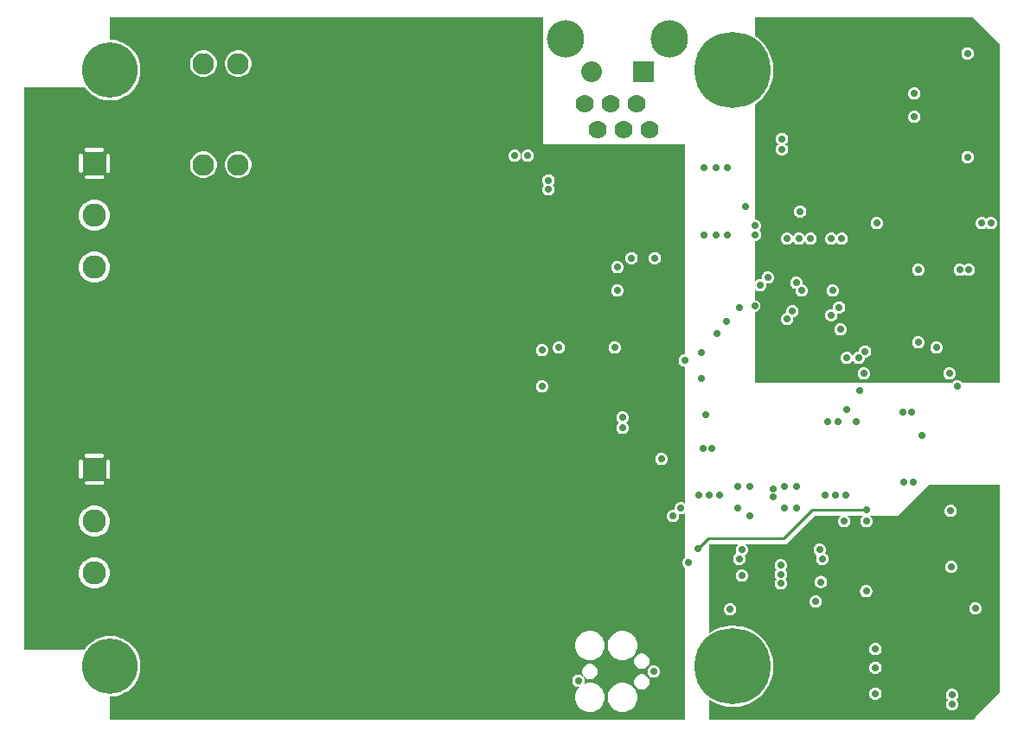
<source format=gbr>
G04 start of page 4 for group 2 idx 3 *
G04 Title: (unknown), VDD *
G04 Creator: pcb 20140316 *
G04 CreationDate: Wed 23 Jan 2019 04:12:56 AM GMT UTC *
G04 For: railfan *
G04 Format: Gerber/RS-274X *
G04 PCB-Dimensions (mil): 4000.00 2950.00 *
G04 PCB-Coordinate-Origin: lower left *
%MOIN*%
%FSLAX25Y25*%
%LNGROUP2*%
%ADD92C,0.0935*%
%ADD91C,0.0390*%
%ADD90C,0.0300*%
%ADD89C,0.1280*%
%ADD88C,0.0480*%
%ADD87C,0.1285*%
%ADD86C,0.0550*%
%ADD85C,0.0630*%
%ADD84C,0.0120*%
%ADD83C,0.0280*%
%ADD82C,0.0700*%
%ADD81C,0.0800*%
%ADD80C,0.1440*%
%ADD79C,0.2937*%
%ADD78C,0.2137*%
%ADD77C,0.0900*%
%ADD76C,0.0830*%
%ADD75C,0.0100*%
%ADD74C,0.0001*%
G54D74*G36*
X388000Y142000D02*X382746D01*
Y201849D01*
X382750Y201854D01*
X382798Y201798D01*
X383085Y201552D01*
X383407Y201355D01*
X383756Y201210D01*
X384123Y201122D01*
X384500Y201093D01*
X384877Y201122D01*
X385244Y201210D01*
X385593Y201355D01*
X385915Y201552D01*
X386202Y201798D01*
X386448Y202085D01*
X386645Y202407D01*
X386790Y202756D01*
X386878Y203123D01*
X386900Y203500D01*
X386878Y203877D01*
X386790Y204244D01*
X386645Y204593D01*
X386448Y204915D01*
X386202Y205202D01*
X385915Y205448D01*
X385593Y205645D01*
X385244Y205790D01*
X384877Y205878D01*
X384500Y205907D01*
X384123Y205878D01*
X383756Y205790D01*
X383407Y205645D01*
X383085Y205448D01*
X382798Y205202D01*
X382750Y205146D01*
X382746Y205151D01*
Y277754D01*
X388000Y272500D01*
Y142000D01*
G37*
G36*
X382746D02*X374246D01*
Y183849D01*
X374250Y183854D01*
X374298Y183798D01*
X374585Y183552D01*
X374907Y183355D01*
X375256Y183210D01*
X375623Y183122D01*
X376000Y183093D01*
X376377Y183122D01*
X376744Y183210D01*
X377093Y183355D01*
X377415Y183552D01*
X377702Y183798D01*
X377948Y184085D01*
X378145Y184407D01*
X378290Y184756D01*
X378378Y185123D01*
X378400Y185500D01*
X378378Y185877D01*
X378290Y186244D01*
X378145Y186593D01*
X377948Y186915D01*
X377702Y187202D01*
X377415Y187448D01*
X377093Y187645D01*
X376744Y187790D01*
X376377Y187878D01*
X376000Y187907D01*
X375623Y187878D01*
X375256Y187790D01*
X374907Y187645D01*
X374585Y187448D01*
X374298Y187202D01*
X374250Y187146D01*
X374246Y187151D01*
Y226954D01*
X374407Y226855D01*
X374756Y226710D01*
X375123Y226622D01*
X375500Y226593D01*
X375877Y226622D01*
X376244Y226710D01*
X376593Y226855D01*
X376915Y227052D01*
X377202Y227298D01*
X377448Y227585D01*
X377645Y227907D01*
X377790Y228256D01*
X377878Y228623D01*
X377900Y229000D01*
X377878Y229377D01*
X377790Y229744D01*
X377645Y230093D01*
X377448Y230415D01*
X377202Y230702D01*
X376915Y230948D01*
X376593Y231145D01*
X376244Y231290D01*
X375877Y231378D01*
X375500Y231407D01*
X375123Y231378D01*
X374756Y231290D01*
X374407Y231145D01*
X374246Y231046D01*
Y266954D01*
X374407Y266855D01*
X374756Y266710D01*
X375123Y266622D01*
X375500Y266593D01*
X375877Y266622D01*
X376244Y266710D01*
X376593Y266855D01*
X376915Y267052D01*
X377202Y267298D01*
X377448Y267585D01*
X377645Y267907D01*
X377790Y268256D01*
X377878Y268623D01*
X377900Y269000D01*
X377878Y269377D01*
X377790Y269744D01*
X377645Y270093D01*
X377448Y270415D01*
X377202Y270702D01*
X376915Y270948D01*
X376593Y271145D01*
X376244Y271290D01*
X375877Y271378D01*
X375500Y271407D01*
X375123Y271378D01*
X374756Y271290D01*
X374407Y271145D01*
X374246Y271046D01*
Y283000D01*
X377500D01*
X382746Y277754D01*
Y205151D01*
X382702Y205202D01*
X382415Y205448D01*
X382093Y205645D01*
X381744Y205790D01*
X381377Y205878D01*
X381000Y205907D01*
X380623Y205878D01*
X380256Y205790D01*
X379907Y205645D01*
X379585Y205448D01*
X379298Y205202D01*
X379052Y204915D01*
X378855Y204593D01*
X378710Y204244D01*
X378622Y203877D01*
X378593Y203500D01*
X378622Y203123D01*
X378710Y202756D01*
X378855Y202407D01*
X379052Y202085D01*
X379298Y201798D01*
X379585Y201552D01*
X379907Y201355D01*
X380256Y201210D01*
X380623Y201122D01*
X381000Y201093D01*
X381377Y201122D01*
X381744Y201210D01*
X382093Y201355D01*
X382415Y201552D01*
X382702Y201798D01*
X382746Y201849D01*
Y142000D01*
G37*
G36*
X374246D02*X373375D01*
X373202Y142202D01*
X372915Y142448D01*
X372593Y142645D01*
X372244Y142790D01*
X371877Y142878D01*
X371500Y142907D01*
X371123Y142878D01*
X370756Y142790D01*
X370407Y142645D01*
X370085Y142448D01*
X369798Y142202D01*
X369625Y142000D01*
X368496D01*
Y143093D01*
X368500Y143093D01*
X368877Y143122D01*
X369244Y143210D01*
X369593Y143355D01*
X369915Y143552D01*
X370202Y143798D01*
X370448Y144085D01*
X370645Y144407D01*
X370790Y144756D01*
X370878Y145123D01*
X370900Y145500D01*
X370878Y145877D01*
X370790Y146244D01*
X370645Y146593D01*
X370448Y146915D01*
X370202Y147202D01*
X369915Y147448D01*
X369593Y147645D01*
X369244Y147790D01*
X368877Y147878D01*
X368500Y147907D01*
X368496Y147907D01*
Y283000D01*
X374246D01*
Y271046D01*
X374085Y270948D01*
X373798Y270702D01*
X373552Y270415D01*
X373355Y270093D01*
X373210Y269744D01*
X373122Y269377D01*
X373093Y269000D01*
X373122Y268623D01*
X373210Y268256D01*
X373355Y267907D01*
X373552Y267585D01*
X373798Y267298D01*
X374085Y267052D01*
X374246Y266954D01*
Y231046D01*
X374085Y230948D01*
X373798Y230702D01*
X373552Y230415D01*
X373355Y230093D01*
X373210Y229744D01*
X373122Y229377D01*
X373093Y229000D01*
X373122Y228623D01*
X373210Y228256D01*
X373355Y227907D01*
X373552Y227585D01*
X373798Y227298D01*
X374085Y227052D01*
X374246Y226954D01*
Y187151D01*
X374202Y187202D01*
X373915Y187448D01*
X373593Y187645D01*
X373244Y187790D01*
X372877Y187878D01*
X372500Y187907D01*
X372123Y187878D01*
X371756Y187790D01*
X371407Y187645D01*
X371085Y187448D01*
X370798Y187202D01*
X370552Y186915D01*
X370355Y186593D01*
X370210Y186244D01*
X370122Y185877D01*
X370093Y185500D01*
X370122Y185123D01*
X370210Y184756D01*
X370355Y184407D01*
X370552Y184085D01*
X370798Y183798D01*
X371085Y183552D01*
X371407Y183355D01*
X371756Y183210D01*
X372123Y183122D01*
X372500Y183093D01*
X372877Y183122D01*
X373244Y183210D01*
X373593Y183355D01*
X373915Y183552D01*
X374202Y183798D01*
X374246Y183849D01*
Y142000D01*
G37*
G36*
X368496D02*X363496D01*
Y153093D01*
X363500Y153093D01*
X363877Y153122D01*
X364244Y153210D01*
X364593Y153355D01*
X364915Y153552D01*
X365202Y153798D01*
X365448Y154085D01*
X365645Y154407D01*
X365790Y154756D01*
X365878Y155123D01*
X365900Y155500D01*
X365878Y155877D01*
X365790Y156244D01*
X365645Y156593D01*
X365448Y156915D01*
X365202Y157202D01*
X364915Y157448D01*
X364593Y157645D01*
X364244Y157790D01*
X363877Y157878D01*
X363500Y157907D01*
X363496Y157907D01*
Y283000D01*
X368496D01*
Y147907D01*
X368123Y147878D01*
X367756Y147790D01*
X367407Y147645D01*
X367085Y147448D01*
X366798Y147202D01*
X366552Y146915D01*
X366355Y146593D01*
X366210Y146244D01*
X366122Y145877D01*
X366093Y145500D01*
X366122Y145123D01*
X366210Y144756D01*
X366355Y144407D01*
X366552Y144085D01*
X366798Y143798D01*
X367085Y143552D01*
X367407Y143355D01*
X367756Y143210D01*
X368123Y143122D01*
X368496Y143093D01*
Y142000D01*
G37*
G36*
X363496D02*X356496D01*
Y155093D01*
X356500Y155093D01*
X356877Y155122D01*
X357244Y155210D01*
X357593Y155355D01*
X357915Y155552D01*
X358202Y155798D01*
X358448Y156085D01*
X358645Y156407D01*
X358790Y156756D01*
X358878Y157123D01*
X358900Y157500D01*
X358878Y157877D01*
X358790Y158244D01*
X358645Y158593D01*
X358448Y158915D01*
X358202Y159202D01*
X357915Y159448D01*
X357593Y159645D01*
X357244Y159790D01*
X356877Y159878D01*
X356500Y159907D01*
X356496Y159907D01*
Y183093D01*
X356500Y183093D01*
X356877Y183122D01*
X357244Y183210D01*
X357593Y183355D01*
X357915Y183552D01*
X358202Y183798D01*
X358448Y184085D01*
X358645Y184407D01*
X358790Y184756D01*
X358878Y185123D01*
X358900Y185500D01*
X358878Y185877D01*
X358790Y186244D01*
X358645Y186593D01*
X358448Y186915D01*
X358202Y187202D01*
X357915Y187448D01*
X357593Y187645D01*
X357244Y187790D01*
X356877Y187878D01*
X356500Y187907D01*
X356496Y187907D01*
Y242622D01*
X356702Y242798D01*
X356948Y243085D01*
X357145Y243407D01*
X357290Y243756D01*
X357378Y244123D01*
X357400Y244500D01*
X357378Y244877D01*
X357290Y245244D01*
X357145Y245593D01*
X356948Y245915D01*
X356702Y246202D01*
X356496Y246378D01*
Y251622D01*
X356702Y251798D01*
X356948Y252085D01*
X357145Y252407D01*
X357290Y252756D01*
X357378Y253123D01*
X357400Y253500D01*
X357378Y253877D01*
X357290Y254244D01*
X357145Y254593D01*
X356948Y254915D01*
X356702Y255202D01*
X356496Y255378D01*
Y283000D01*
X363496D01*
Y157907D01*
X363123Y157878D01*
X362756Y157790D01*
X362407Y157645D01*
X362085Y157448D01*
X361798Y157202D01*
X361552Y156915D01*
X361355Y156593D01*
X361210Y156244D01*
X361122Y155877D01*
X361093Y155500D01*
X361122Y155123D01*
X361210Y154756D01*
X361355Y154407D01*
X361552Y154085D01*
X361798Y153798D01*
X362085Y153552D01*
X362407Y153355D01*
X362756Y153210D01*
X363123Y153122D01*
X363496Y153093D01*
Y142000D01*
G37*
G36*
X356496D02*X340496D01*
Y201093D01*
X340500Y201093D01*
X340877Y201122D01*
X341244Y201210D01*
X341593Y201355D01*
X341915Y201552D01*
X342202Y201798D01*
X342448Y202085D01*
X342645Y202407D01*
X342790Y202756D01*
X342878Y203123D01*
X342900Y203500D01*
X342878Y203877D01*
X342790Y204244D01*
X342645Y204593D01*
X342448Y204915D01*
X342202Y205202D01*
X341915Y205448D01*
X341593Y205645D01*
X341244Y205790D01*
X340877Y205878D01*
X340500Y205907D01*
X340496Y205907D01*
Y283000D01*
X356496D01*
Y255378D01*
X356415Y255448D01*
X356093Y255645D01*
X355744Y255790D01*
X355377Y255878D01*
X355000Y255907D01*
X354623Y255878D01*
X354256Y255790D01*
X353907Y255645D01*
X353585Y255448D01*
X353298Y255202D01*
X353052Y254915D01*
X352855Y254593D01*
X352710Y254244D01*
X352622Y253877D01*
X352593Y253500D01*
X352622Y253123D01*
X352710Y252756D01*
X352855Y252407D01*
X353052Y252085D01*
X353298Y251798D01*
X353585Y251552D01*
X353907Y251355D01*
X354256Y251210D01*
X354623Y251122D01*
X355000Y251093D01*
X355377Y251122D01*
X355744Y251210D01*
X356093Y251355D01*
X356415Y251552D01*
X356496Y251622D01*
Y246378D01*
X356415Y246448D01*
X356093Y246645D01*
X355744Y246790D01*
X355377Y246878D01*
X355000Y246907D01*
X354623Y246878D01*
X354256Y246790D01*
X353907Y246645D01*
X353585Y246448D01*
X353298Y246202D01*
X353052Y245915D01*
X352855Y245593D01*
X352710Y245244D01*
X352622Y244877D01*
X352593Y244500D01*
X352622Y244123D01*
X352710Y243756D01*
X352855Y243407D01*
X353052Y243085D01*
X353298Y242798D01*
X353585Y242552D01*
X353907Y242355D01*
X354256Y242210D01*
X354623Y242122D01*
X355000Y242093D01*
X355377Y242122D01*
X355744Y242210D01*
X356093Y242355D01*
X356415Y242552D01*
X356496Y242622D01*
Y187907D01*
X356123Y187878D01*
X355756Y187790D01*
X355407Y187645D01*
X355085Y187448D01*
X354798Y187202D01*
X354552Y186915D01*
X354355Y186593D01*
X354210Y186244D01*
X354122Y185877D01*
X354093Y185500D01*
X354122Y185123D01*
X354210Y184756D01*
X354355Y184407D01*
X354552Y184085D01*
X354798Y183798D01*
X355085Y183552D01*
X355407Y183355D01*
X355756Y183210D01*
X356123Y183122D01*
X356496Y183093D01*
Y159907D01*
X356123Y159878D01*
X355756Y159790D01*
X355407Y159645D01*
X355085Y159448D01*
X354798Y159202D01*
X354552Y158915D01*
X354355Y158593D01*
X354210Y158244D01*
X354122Y157877D01*
X354093Y157500D01*
X354122Y157123D01*
X354210Y156756D01*
X354355Y156407D01*
X354552Y156085D01*
X354798Y155798D01*
X355085Y155552D01*
X355407Y155355D01*
X355756Y155210D01*
X356123Y155122D01*
X356496Y155093D01*
Y142000D01*
G37*
G36*
X340496D02*X335496D01*
Y143093D01*
X335500Y143093D01*
X335877Y143122D01*
X336244Y143210D01*
X336593Y143355D01*
X336915Y143552D01*
X337202Y143798D01*
X337448Y144085D01*
X337645Y144407D01*
X337790Y144756D01*
X337878Y145123D01*
X337900Y145500D01*
X337878Y145877D01*
X337790Y146244D01*
X337645Y146593D01*
X337448Y146915D01*
X337202Y147202D01*
X336915Y147448D01*
X336593Y147645D01*
X336244Y147790D01*
X335877Y147878D01*
X335500Y147907D01*
X335496Y147907D01*
Y150164D01*
X335645Y150407D01*
X335790Y150756D01*
X335878Y151123D01*
X335900Y151500D01*
X335894Y151601D01*
X336000Y151593D01*
X336377Y151622D01*
X336744Y151710D01*
X337093Y151855D01*
X337415Y152052D01*
X337702Y152298D01*
X337948Y152585D01*
X338145Y152907D01*
X338290Y153256D01*
X338378Y153623D01*
X338400Y154000D01*
X338378Y154377D01*
X338290Y154744D01*
X338145Y155093D01*
X337948Y155415D01*
X337702Y155702D01*
X337415Y155948D01*
X337093Y156145D01*
X336744Y156290D01*
X336377Y156378D01*
X336000Y156407D01*
X335623Y156378D01*
X335496Y156347D01*
Y283000D01*
X340496D01*
Y205907D01*
X340123Y205878D01*
X339756Y205790D01*
X339407Y205645D01*
X339085Y205448D01*
X338798Y205202D01*
X338552Y204915D01*
X338355Y204593D01*
X338210Y204244D01*
X338122Y203877D01*
X338093Y203500D01*
X338122Y203123D01*
X338210Y202756D01*
X338355Y202407D01*
X338552Y202085D01*
X338798Y201798D01*
X339085Y201552D01*
X339407Y201355D01*
X339756Y201210D01*
X340123Y201122D01*
X340496Y201093D01*
Y142000D01*
G37*
G36*
X335496D02*X326496D01*
Y160093D01*
X326500Y160093D01*
X326877Y160122D01*
X327244Y160210D01*
X327593Y160355D01*
X327915Y160552D01*
X328202Y160798D01*
X328448Y161085D01*
X328645Y161407D01*
X328790Y161756D01*
X328878Y162123D01*
X328900Y162500D01*
X328878Y162877D01*
X328790Y163244D01*
X328645Y163593D01*
X328448Y163915D01*
X328202Y164202D01*
X327915Y164448D01*
X327593Y164645D01*
X327244Y164790D01*
X326877Y164878D01*
X326500Y164907D01*
X326496Y164907D01*
Y168651D01*
X326744Y168710D01*
X327093Y168855D01*
X327415Y169052D01*
X327702Y169298D01*
X327948Y169585D01*
X328145Y169907D01*
X328290Y170256D01*
X328378Y170623D01*
X328400Y171000D01*
X328378Y171377D01*
X328290Y171744D01*
X328145Y172093D01*
X327948Y172415D01*
X327702Y172702D01*
X327415Y172948D01*
X327093Y173145D01*
X326744Y173290D01*
X326496Y173349D01*
Y195153D01*
X326623Y195122D01*
X327000Y195093D01*
X327377Y195122D01*
X327744Y195210D01*
X328093Y195355D01*
X328415Y195552D01*
X328702Y195798D01*
X328948Y196085D01*
X329145Y196407D01*
X329290Y196756D01*
X329378Y197123D01*
X329400Y197500D01*
X329378Y197877D01*
X329290Y198244D01*
X329145Y198593D01*
X328948Y198915D01*
X328702Y199202D01*
X328415Y199448D01*
X328093Y199645D01*
X327744Y199790D01*
X327377Y199878D01*
X327000Y199907D01*
X326623Y199878D01*
X326496Y199847D01*
Y283000D01*
X335496D01*
Y156347D01*
X335256Y156290D01*
X334907Y156145D01*
X334585Y155948D01*
X334298Y155702D01*
X334052Y155415D01*
X333855Y155093D01*
X333710Y154744D01*
X333622Y154377D01*
X333593Y154000D01*
X333601Y153899D01*
X333500Y153907D01*
X333123Y153878D01*
X332756Y153790D01*
X332407Y153645D01*
X332085Y153448D01*
X331798Y153202D01*
X331552Y152915D01*
X331355Y152593D01*
X331250Y152339D01*
X331145Y152593D01*
X330948Y152915D01*
X330702Y153202D01*
X330415Y153448D01*
X330093Y153645D01*
X329744Y153790D01*
X329377Y153878D01*
X329000Y153907D01*
X328623Y153878D01*
X328256Y153790D01*
X327907Y153645D01*
X327585Y153448D01*
X327298Y153202D01*
X327052Y152915D01*
X326855Y152593D01*
X326710Y152244D01*
X326622Y151877D01*
X326593Y151500D01*
X326622Y151123D01*
X326710Y150756D01*
X326855Y150407D01*
X327052Y150085D01*
X327298Y149798D01*
X327585Y149552D01*
X327907Y149355D01*
X328256Y149210D01*
X328623Y149122D01*
X329000Y149093D01*
X329377Y149122D01*
X329744Y149210D01*
X330093Y149355D01*
X330415Y149552D01*
X330702Y149798D01*
X330948Y150085D01*
X331145Y150407D01*
X331250Y150661D01*
X331355Y150407D01*
X331552Y150085D01*
X331798Y149798D01*
X332085Y149552D01*
X332407Y149355D01*
X332756Y149210D01*
X333123Y149122D01*
X333500Y149093D01*
X333877Y149122D01*
X334244Y149210D01*
X334593Y149355D01*
X334915Y149552D01*
X335202Y149798D01*
X335448Y150085D01*
X335496Y150164D01*
Y147907D01*
X335123Y147878D01*
X334756Y147790D01*
X334407Y147645D01*
X334085Y147448D01*
X333798Y147202D01*
X333552Y146915D01*
X333355Y146593D01*
X333210Y146244D01*
X333122Y145877D01*
X333093Y145500D01*
X333122Y145123D01*
X333210Y144756D01*
X333355Y144407D01*
X333552Y144085D01*
X333798Y143798D01*
X334085Y143552D01*
X334407Y143355D01*
X334756Y143210D01*
X335123Y143122D01*
X335496Y143093D01*
Y142000D01*
G37*
G36*
X326496Y199847D02*X326256Y199790D01*
X325907Y199645D01*
X325585Y199448D01*
X325298Y199202D01*
X325052Y198915D01*
X325000Y198830D01*
X324948Y198915D01*
X324702Y199202D01*
X324415Y199448D01*
X324093Y199645D01*
X323744Y199790D01*
X323496Y199849D01*
Y283000D01*
X326496D01*
Y199847D01*
G37*
G36*
Y173349D02*X326377Y173378D01*
X326000Y173407D01*
X325623Y173378D01*
X325256Y173290D01*
X324907Y173145D01*
X324585Y172948D01*
X324298Y172702D01*
X324052Y172415D01*
X323855Y172093D01*
X323710Y171744D01*
X323622Y171377D01*
X323593Y171000D01*
X323622Y170623D01*
X323700Y170300D01*
X323496Y170349D01*
Y175093D01*
X323500Y175093D01*
X323877Y175122D01*
X324244Y175210D01*
X324593Y175355D01*
X324915Y175552D01*
X325202Y175798D01*
X325448Y176085D01*
X325645Y176407D01*
X325790Y176756D01*
X325878Y177123D01*
X325900Y177500D01*
X325878Y177877D01*
X325790Y178244D01*
X325645Y178593D01*
X325448Y178915D01*
X325202Y179202D01*
X324915Y179448D01*
X324593Y179645D01*
X324244Y179790D01*
X323877Y179878D01*
X323500Y179907D01*
X323496Y179907D01*
Y195151D01*
X323744Y195210D01*
X324093Y195355D01*
X324415Y195552D01*
X324702Y195798D01*
X324948Y196085D01*
X325000Y196170D01*
X325052Y196085D01*
X325298Y195798D01*
X325585Y195552D01*
X325907Y195355D01*
X326256Y195210D01*
X326496Y195153D01*
Y173349D01*
G37*
G36*
Y142000D02*X323496D01*
Y165651D01*
X323744Y165710D01*
X324093Y165855D01*
X324415Y166052D01*
X324702Y166298D01*
X324948Y166585D01*
X325145Y166907D01*
X325290Y167256D01*
X325378Y167623D01*
X325400Y168000D01*
X325378Y168377D01*
X325300Y168700D01*
X325623Y168622D01*
X326000Y168593D01*
X326377Y168622D01*
X326496Y168651D01*
Y164907D01*
X326123Y164878D01*
X325756Y164790D01*
X325407Y164645D01*
X325085Y164448D01*
X324798Y164202D01*
X324552Y163915D01*
X324355Y163593D01*
X324210Y163244D01*
X324122Y162877D01*
X324093Y162500D01*
X324122Y162123D01*
X324210Y161756D01*
X324355Y161407D01*
X324552Y161085D01*
X324798Y160798D01*
X325085Y160552D01*
X325407Y160355D01*
X325756Y160210D01*
X326123Y160122D01*
X326496Y160093D01*
Y142000D01*
G37*
G36*
X323496D02*X310996D01*
Y175153D01*
X311123Y175122D01*
X311500Y175093D01*
X311877Y175122D01*
X312244Y175210D01*
X312593Y175355D01*
X312915Y175552D01*
X313202Y175798D01*
X313448Y176085D01*
X313645Y176407D01*
X313790Y176756D01*
X313878Y177123D01*
X313900Y177500D01*
X313878Y177877D01*
X313790Y178244D01*
X313645Y178593D01*
X313448Y178915D01*
X313202Y179202D01*
X312915Y179448D01*
X312593Y179645D01*
X312244Y179790D01*
X311877Y179878D01*
X311820Y179882D01*
X311878Y180123D01*
X311900Y180500D01*
X311878Y180877D01*
X311790Y181244D01*
X311645Y181593D01*
X311448Y181915D01*
X311202Y182202D01*
X310996Y182378D01*
Y195151D01*
X311244Y195210D01*
X311593Y195355D01*
X311915Y195552D01*
X312202Y195798D01*
X312448Y196085D01*
X312645Y196407D01*
X312750Y196661D01*
X312855Y196407D01*
X313052Y196085D01*
X313298Y195798D01*
X313585Y195552D01*
X313907Y195355D01*
X314256Y195210D01*
X314623Y195122D01*
X315000Y195093D01*
X315377Y195122D01*
X315744Y195210D01*
X316093Y195355D01*
X316415Y195552D01*
X316702Y195798D01*
X316948Y196085D01*
X317145Y196407D01*
X317290Y196756D01*
X317378Y197123D01*
X317400Y197500D01*
X317378Y197877D01*
X317290Y198244D01*
X317145Y198593D01*
X316948Y198915D01*
X316702Y199202D01*
X316415Y199448D01*
X316093Y199645D01*
X315744Y199790D01*
X315377Y199878D01*
X315000Y199907D01*
X314623Y199878D01*
X314256Y199790D01*
X313907Y199645D01*
X313585Y199448D01*
X313298Y199202D01*
X313052Y198915D01*
X312855Y198593D01*
X312750Y198339D01*
X312645Y198593D01*
X312448Y198915D01*
X312202Y199202D01*
X311915Y199448D01*
X311593Y199645D01*
X311244Y199790D01*
X310996Y199849D01*
Y205593D01*
X311000Y205593D01*
X311377Y205622D01*
X311744Y205710D01*
X312093Y205855D01*
X312415Y206052D01*
X312702Y206298D01*
X312948Y206585D01*
X313145Y206907D01*
X313290Y207256D01*
X313378Y207623D01*
X313400Y208000D01*
X313378Y208377D01*
X313290Y208744D01*
X313145Y209093D01*
X312948Y209415D01*
X312702Y209702D01*
X312415Y209948D01*
X312093Y210145D01*
X311744Y210290D01*
X311377Y210378D01*
X311000Y210407D01*
X310996Y210407D01*
Y283000D01*
X323496D01*
Y199849D01*
X323377Y199878D01*
X323000Y199907D01*
X322623Y199878D01*
X322256Y199790D01*
X321907Y199645D01*
X321585Y199448D01*
X321298Y199202D01*
X321052Y198915D01*
X320855Y198593D01*
X320710Y198244D01*
X320622Y197877D01*
X320593Y197500D01*
X320622Y197123D01*
X320710Y196756D01*
X320855Y196407D01*
X321052Y196085D01*
X321298Y195798D01*
X321585Y195552D01*
X321907Y195355D01*
X322256Y195210D01*
X322623Y195122D01*
X323000Y195093D01*
X323377Y195122D01*
X323496Y195151D01*
Y179907D01*
X323123Y179878D01*
X322756Y179790D01*
X322407Y179645D01*
X322085Y179448D01*
X321798Y179202D01*
X321552Y178915D01*
X321355Y178593D01*
X321210Y178244D01*
X321122Y177877D01*
X321093Y177500D01*
X321122Y177123D01*
X321210Y176756D01*
X321355Y176407D01*
X321552Y176085D01*
X321798Y175798D01*
X322085Y175552D01*
X322407Y175355D01*
X322756Y175210D01*
X323123Y175122D01*
X323496Y175093D01*
Y170349D01*
X323377Y170378D01*
X323000Y170407D01*
X322623Y170378D01*
X322256Y170290D01*
X321907Y170145D01*
X321585Y169948D01*
X321298Y169702D01*
X321052Y169415D01*
X320855Y169093D01*
X320710Y168744D01*
X320622Y168377D01*
X320593Y168000D01*
X320622Y167623D01*
X320710Y167256D01*
X320855Y166907D01*
X321052Y166585D01*
X321298Y166298D01*
X321585Y166052D01*
X321907Y165855D01*
X322256Y165710D01*
X322623Y165622D01*
X323000Y165593D01*
X323377Y165622D01*
X323496Y165651D01*
Y142000D01*
G37*
G36*
X310996Y199849D02*X310877Y199878D01*
X310500Y199907D01*
X310123Y199878D01*
X309756Y199790D01*
X309407Y199645D01*
X309085Y199448D01*
X308798Y199202D01*
X308552Y198915D01*
X308355Y198593D01*
X308250Y198339D01*
X308145Y198593D01*
X307948Y198915D01*
X307702Y199202D01*
X307415Y199448D01*
X307093Y199645D01*
X306996Y199685D01*
Y283000D01*
X310996D01*
Y210407D01*
X310623Y210378D01*
X310256Y210290D01*
X309907Y210145D01*
X309585Y209948D01*
X309298Y209702D01*
X309052Y209415D01*
X308855Y209093D01*
X308710Y208744D01*
X308622Y208377D01*
X308593Y208000D01*
X308622Y207623D01*
X308710Y207256D01*
X308855Y206907D01*
X309052Y206585D01*
X309298Y206298D01*
X309585Y206052D01*
X309907Y205855D01*
X310256Y205710D01*
X310623Y205622D01*
X310996Y205593D01*
Y199849D01*
G37*
G36*
Y142000D02*X306996D01*
Y164315D01*
X307093Y164355D01*
X307415Y164552D01*
X307702Y164798D01*
X307948Y165085D01*
X308145Y165407D01*
X308290Y165756D01*
X308378Y166123D01*
X308400Y166500D01*
X308378Y166877D01*
X308320Y167118D01*
X308377Y167122D01*
X308744Y167210D01*
X309093Y167355D01*
X309415Y167552D01*
X309702Y167798D01*
X309948Y168085D01*
X310145Y168407D01*
X310290Y168756D01*
X310378Y169123D01*
X310400Y169500D01*
X310378Y169877D01*
X310290Y170244D01*
X310145Y170593D01*
X309948Y170915D01*
X309702Y171202D01*
X309415Y171448D01*
X309093Y171645D01*
X308744Y171790D01*
X308377Y171878D01*
X308000Y171907D01*
X307623Y171878D01*
X307256Y171790D01*
X306996Y171682D01*
Y195315D01*
X307093Y195355D01*
X307415Y195552D01*
X307702Y195798D01*
X307948Y196085D01*
X308145Y196407D01*
X308250Y196661D01*
X308355Y196407D01*
X308552Y196085D01*
X308798Y195798D01*
X309085Y195552D01*
X309407Y195355D01*
X309756Y195210D01*
X310123Y195122D01*
X310500Y195093D01*
X310877Y195122D01*
X310996Y195151D01*
Y182378D01*
X310915Y182448D01*
X310593Y182645D01*
X310244Y182790D01*
X309877Y182878D01*
X309500Y182907D01*
X309123Y182878D01*
X308756Y182790D01*
X308407Y182645D01*
X308085Y182448D01*
X307798Y182202D01*
X307552Y181915D01*
X307355Y181593D01*
X307210Y181244D01*
X307122Y180877D01*
X307093Y180500D01*
X307122Y180123D01*
X307210Y179756D01*
X307355Y179407D01*
X307552Y179085D01*
X307798Y178798D01*
X308085Y178552D01*
X308407Y178355D01*
X308756Y178210D01*
X309123Y178122D01*
X309180Y178118D01*
X309122Y177877D01*
X309093Y177500D01*
X309122Y177123D01*
X309210Y176756D01*
X309355Y176407D01*
X309552Y176085D01*
X309798Y175798D01*
X310085Y175552D01*
X310407Y175355D01*
X310756Y175210D01*
X310996Y175153D01*
Y142000D01*
G37*
G36*
X303996Y196176D02*X304052Y196085D01*
X304298Y195798D01*
X304585Y195552D01*
X304907Y195355D01*
X305256Y195210D01*
X305623Y195122D01*
X306000Y195093D01*
X306377Y195122D01*
X306744Y195210D01*
X306996Y195315D01*
Y171682D01*
X306907Y171645D01*
X306585Y171448D01*
X306298Y171202D01*
X306052Y170915D01*
X305855Y170593D01*
X305710Y170244D01*
X305622Y169877D01*
X305593Y169500D01*
X305622Y169123D01*
X305680Y168882D01*
X305623Y168878D01*
X305256Y168790D01*
X304907Y168645D01*
X304585Y168448D01*
X304298Y168202D01*
X304052Y167915D01*
X303996Y167824D01*
Y196176D01*
G37*
G36*
Y283000D02*X306996D01*
Y199685D01*
X306744Y199790D01*
X306377Y199878D01*
X306000Y199907D01*
X305623Y199878D01*
X305256Y199790D01*
X304907Y199645D01*
X304585Y199448D01*
X304298Y199202D01*
X304052Y198915D01*
X303996Y198824D01*
Y229593D01*
X304000Y229593D01*
X304377Y229622D01*
X304744Y229710D01*
X305093Y229855D01*
X305415Y230052D01*
X305702Y230298D01*
X305948Y230585D01*
X306145Y230907D01*
X306290Y231256D01*
X306378Y231623D01*
X306400Y232000D01*
X306378Y232377D01*
X306290Y232744D01*
X306145Y233093D01*
X305948Y233415D01*
X305702Y233702D01*
X305415Y233948D01*
X305330Y234000D01*
X305415Y234052D01*
X305702Y234298D01*
X305948Y234585D01*
X306145Y234907D01*
X306290Y235256D01*
X306378Y235623D01*
X306400Y236000D01*
X306378Y236377D01*
X306290Y236744D01*
X306145Y237093D01*
X305948Y237415D01*
X305702Y237702D01*
X305415Y237948D01*
X305093Y238145D01*
X304744Y238290D01*
X304377Y238378D01*
X304000Y238407D01*
X303996Y238407D01*
Y283000D01*
G37*
G36*
X306996Y142000D02*X303996D01*
Y165176D01*
X304052Y165085D01*
X304298Y164798D01*
X304585Y164552D01*
X304907Y164355D01*
X305256Y164210D01*
X305623Y164122D01*
X306000Y164093D01*
X306377Y164122D01*
X306744Y164210D01*
X306996Y164315D01*
Y142000D01*
G37*
G36*
X303996D02*X293500D01*
Y169293D01*
X293845Y169320D01*
X294182Y169401D01*
X294502Y169534D01*
X294797Y169715D01*
X295060Y169940D01*
X295285Y170203D01*
X295466Y170498D01*
X295599Y170818D01*
X295680Y171155D01*
X295700Y171500D01*
X295680Y171845D01*
X295599Y172182D01*
X295466Y172502D01*
X295285Y172797D01*
X295060Y173060D01*
X294797Y173285D01*
X294502Y173466D01*
X294182Y173599D01*
X293845Y173680D01*
X293500Y173707D01*
Y178170D01*
X293552Y178085D01*
X293798Y177798D01*
X294085Y177552D01*
X294407Y177355D01*
X294756Y177210D01*
X295123Y177122D01*
X295500Y177093D01*
X295877Y177122D01*
X296244Y177210D01*
X296593Y177355D01*
X296915Y177552D01*
X297202Y177798D01*
X297448Y178085D01*
X297645Y178407D01*
X297790Y178756D01*
X297878Y179123D01*
X297900Y179500D01*
X297878Y179877D01*
X297800Y180200D01*
X298123Y180122D01*
X298500Y180093D01*
X298877Y180122D01*
X299244Y180210D01*
X299593Y180355D01*
X299915Y180552D01*
X300202Y180798D01*
X300448Y181085D01*
X300645Y181407D01*
X300790Y181756D01*
X300878Y182123D01*
X300900Y182500D01*
X300878Y182877D01*
X300790Y183244D01*
X300645Y183593D01*
X300448Y183915D01*
X300202Y184202D01*
X299915Y184448D01*
X299593Y184645D01*
X299244Y184790D01*
X298877Y184878D01*
X298500Y184907D01*
X298123Y184878D01*
X297756Y184790D01*
X297407Y184645D01*
X297085Y184448D01*
X296798Y184202D01*
X296552Y183915D01*
X296355Y183593D01*
X296210Y183244D01*
X296122Y182877D01*
X296093Y182500D01*
X296122Y182123D01*
X296200Y181800D01*
X295877Y181878D01*
X295500Y181907D01*
X295123Y181878D01*
X294756Y181790D01*
X294407Y181645D01*
X294085Y181448D01*
X293798Y181202D01*
X293552Y180915D01*
X293500Y180830D01*
Y196593D01*
X293877Y196622D01*
X294244Y196710D01*
X294593Y196855D01*
X294915Y197052D01*
X295202Y197298D01*
X295448Y197585D01*
X295645Y197907D01*
X295790Y198256D01*
X295878Y198623D01*
X295900Y199000D01*
X295878Y199377D01*
X295790Y199744D01*
X295645Y200093D01*
X295448Y200415D01*
X295202Y200702D01*
X295146Y200750D01*
X295202Y200798D01*
X295448Y201085D01*
X295645Y201407D01*
X295790Y201756D01*
X295878Y202123D01*
X295900Y202500D01*
X295878Y202877D01*
X295790Y203244D01*
X295645Y203593D01*
X295448Y203915D01*
X295202Y204202D01*
X294915Y204448D01*
X294593Y204645D01*
X294244Y204790D01*
X293877Y204878D01*
X293500Y204907D01*
Y249314D01*
X294247Y249772D01*
X296124Y251376D01*
X297728Y253253D01*
X299018Y255358D01*
X299962Y257638D01*
X300539Y260039D01*
X300684Y262500D01*
X300539Y264961D01*
X299962Y267362D01*
X299018Y269642D01*
X297728Y271747D01*
X296124Y273624D01*
X294247Y275228D01*
X293500Y275686D01*
Y283000D01*
X303996D01*
Y238407D01*
X303623Y238378D01*
X303256Y238290D01*
X302907Y238145D01*
X302585Y237948D01*
X302298Y237702D01*
X302052Y237415D01*
X301855Y237093D01*
X301710Y236744D01*
X301622Y236377D01*
X301593Y236000D01*
X301622Y235623D01*
X301710Y235256D01*
X301855Y234907D01*
X302052Y234585D01*
X302298Y234298D01*
X302585Y234052D01*
X302670Y234000D01*
X302585Y233948D01*
X302298Y233702D01*
X302052Y233415D01*
X301855Y233093D01*
X301710Y232744D01*
X301622Y232377D01*
X301593Y232000D01*
X301622Y231623D01*
X301710Y231256D01*
X301855Y230907D01*
X302052Y230585D01*
X302298Y230298D01*
X302585Y230052D01*
X302907Y229855D01*
X303256Y229710D01*
X303623Y229622D01*
X303996Y229593D01*
Y198824D01*
X303855Y198593D01*
X303710Y198244D01*
X303622Y197877D01*
X303593Y197500D01*
X303622Y197123D01*
X303710Y196756D01*
X303855Y196407D01*
X303996Y196176D01*
Y167824D01*
X303855Y167593D01*
X303710Y167244D01*
X303622Y166877D01*
X303593Y166500D01*
X303622Y166123D01*
X303710Y165756D01*
X303855Y165407D01*
X303996Y165176D01*
Y142000D01*
G37*
G36*
X378496Y102500D02*X388000D01*
Y22500D01*
X378496Y12996D01*
Y52467D01*
X378500Y52467D01*
X378877Y52496D01*
X379244Y52584D01*
X379593Y52729D01*
X379915Y52926D01*
X380202Y53172D01*
X380448Y53459D01*
X380645Y53781D01*
X380790Y54130D01*
X380878Y54497D01*
X380900Y54874D01*
X380878Y55251D01*
X380790Y55618D01*
X380645Y55967D01*
X380448Y56289D01*
X380202Y56576D01*
X379915Y56822D01*
X379593Y57019D01*
X379244Y57164D01*
X378877Y57252D01*
X378500Y57281D01*
X378496Y57281D01*
Y102500D01*
G37*
G36*
X369220D02*X378496D01*
Y57281D01*
X378123Y57252D01*
X377756Y57164D01*
X377407Y57019D01*
X377085Y56822D01*
X376798Y56576D01*
X376552Y56289D01*
X376355Y55967D01*
X376210Y55618D01*
X376122Y55251D01*
X376093Y54874D01*
X376122Y54497D01*
X376210Y54130D01*
X376355Y53781D01*
X376552Y53459D01*
X376798Y53172D01*
X377085Y52926D01*
X377407Y52729D01*
X377756Y52584D01*
X378123Y52496D01*
X378496Y52467D01*
Y12996D01*
X377500Y12000D01*
X369220D01*
Y15572D01*
X369500Y15550D01*
X369877Y15579D01*
X370244Y15668D01*
X370593Y15812D01*
X370915Y16009D01*
X371202Y16255D01*
X371448Y16542D01*
X371645Y16864D01*
X371790Y17213D01*
X371878Y17580D01*
X371900Y17957D01*
X371878Y18334D01*
X371790Y18701D01*
X371645Y19050D01*
X371448Y19372D01*
X371202Y19659D01*
X371146Y19707D01*
X371202Y19755D01*
X371448Y20042D01*
X371645Y20364D01*
X371790Y20713D01*
X371878Y21080D01*
X371900Y21457D01*
X371878Y21834D01*
X371790Y22201D01*
X371645Y22550D01*
X371448Y22872D01*
X371202Y23159D01*
X370915Y23405D01*
X370593Y23602D01*
X370244Y23747D01*
X369877Y23835D01*
X369500Y23864D01*
X369220Y23842D01*
Y68550D01*
X369224Y68550D01*
X369601Y68579D01*
X369968Y68668D01*
X370317Y68812D01*
X370639Y69009D01*
X370926Y69255D01*
X371172Y69542D01*
X371369Y69864D01*
X371514Y70213D01*
X371602Y70580D01*
X371624Y70957D01*
X371602Y71334D01*
X371514Y71701D01*
X371369Y72050D01*
X371172Y72372D01*
X370926Y72659D01*
X370639Y72905D01*
X370317Y73102D01*
X369968Y73247D01*
X369601Y73335D01*
X369224Y73364D01*
X369220Y73364D01*
Y90110D01*
X369377Y90122D01*
X369744Y90210D01*
X370093Y90355D01*
X370415Y90552D01*
X370702Y90798D01*
X370948Y91085D01*
X371145Y91407D01*
X371290Y91756D01*
X371378Y92123D01*
X371400Y92500D01*
X371378Y92877D01*
X371290Y93244D01*
X371145Y93593D01*
X370948Y93915D01*
X370702Y94202D01*
X370415Y94448D01*
X370093Y94645D01*
X369744Y94790D01*
X369377Y94878D01*
X369220Y94890D01*
Y102500D01*
G37*
G36*
X339996Y90500D02*X348500D01*
X360500Y102500D01*
X369220D01*
Y94890D01*
X369000Y94907D01*
X368623Y94878D01*
X368256Y94790D01*
X367907Y94645D01*
X367585Y94448D01*
X367298Y94202D01*
X367052Y93915D01*
X366855Y93593D01*
X366710Y93244D01*
X366622Y92877D01*
X366593Y92500D01*
X366622Y92123D01*
X366710Y91756D01*
X366855Y91407D01*
X367052Y91085D01*
X367298Y90798D01*
X367585Y90552D01*
X367907Y90355D01*
X368256Y90210D01*
X368623Y90122D01*
X369000Y90093D01*
X369220Y90110D01*
Y73364D01*
X368847Y73335D01*
X368480Y73247D01*
X368131Y73102D01*
X367809Y72905D01*
X367522Y72659D01*
X367276Y72372D01*
X367079Y72050D01*
X366934Y71701D01*
X366846Y71334D01*
X366817Y70957D01*
X366846Y70580D01*
X366934Y70213D01*
X367079Y69864D01*
X367276Y69542D01*
X367522Y69255D01*
X367809Y69009D01*
X368131Y68812D01*
X368480Y68668D01*
X368847Y68579D01*
X369220Y68550D01*
Y23842D01*
X369123Y23835D01*
X368756Y23747D01*
X368407Y23602D01*
X368085Y23405D01*
X367798Y23159D01*
X367552Y22872D01*
X367355Y22550D01*
X367210Y22201D01*
X367122Y21834D01*
X367093Y21457D01*
X367122Y21080D01*
X367210Y20713D01*
X367355Y20364D01*
X367552Y20042D01*
X367798Y19755D01*
X367854Y19707D01*
X367798Y19659D01*
X367552Y19372D01*
X367355Y19050D01*
X367210Y18701D01*
X367122Y18334D01*
X367093Y17957D01*
X367122Y17580D01*
X367210Y17213D01*
X367355Y16864D01*
X367552Y16542D01*
X367798Y16255D01*
X368085Y16009D01*
X368407Y15812D01*
X368756Y15668D01*
X369123Y15579D01*
X369220Y15572D01*
Y12000D01*
X339996D01*
Y19593D01*
X340000Y19593D01*
X340377Y19622D01*
X340744Y19710D01*
X341093Y19855D01*
X341415Y20052D01*
X341702Y20298D01*
X341948Y20585D01*
X342145Y20907D01*
X342290Y21256D01*
X342378Y21623D01*
X342400Y22000D01*
X342378Y22377D01*
X342290Y22744D01*
X342145Y23093D01*
X341948Y23415D01*
X341702Y23702D01*
X341415Y23948D01*
X341093Y24145D01*
X340744Y24290D01*
X340377Y24378D01*
X340000Y24407D01*
X339996Y24407D01*
Y29593D01*
X340000Y29593D01*
X340377Y29622D01*
X340744Y29710D01*
X341093Y29855D01*
X341415Y30052D01*
X341702Y30298D01*
X341948Y30585D01*
X342145Y30907D01*
X342290Y31256D01*
X342378Y31623D01*
X342400Y32000D01*
X342378Y32377D01*
X342290Y32744D01*
X342145Y33093D01*
X341948Y33415D01*
X341702Y33702D01*
X341415Y33948D01*
X341093Y34145D01*
X340744Y34290D01*
X340377Y34378D01*
X340000Y34407D01*
X339996Y34407D01*
Y36719D01*
X340000Y36719D01*
X340377Y36748D01*
X340744Y36836D01*
X341093Y36981D01*
X341415Y37178D01*
X341702Y37424D01*
X341948Y37711D01*
X342145Y38033D01*
X342290Y38382D01*
X342378Y38749D01*
X342400Y39126D01*
X342378Y39503D01*
X342290Y39870D01*
X342145Y40219D01*
X341948Y40541D01*
X341702Y40828D01*
X341415Y41074D01*
X341093Y41271D01*
X340744Y41416D01*
X340377Y41504D01*
X340000Y41533D01*
X339996Y41533D01*
Y90500D01*
G37*
G36*
X336453Y86096D02*X336500Y86093D01*
X336877Y86122D01*
X337244Y86210D01*
X337593Y86355D01*
X337915Y86552D01*
X338202Y86798D01*
X338448Y87085D01*
X338645Y87407D01*
X338790Y87756D01*
X338878Y88123D01*
X338900Y88500D01*
X338878Y88877D01*
X338790Y89244D01*
X338645Y89593D01*
X338448Y89915D01*
X338202Y90202D01*
X337915Y90448D01*
X337830Y90500D01*
X339996D01*
Y41533D01*
X339623Y41504D01*
X339256Y41416D01*
X338907Y41271D01*
X338585Y41074D01*
X338298Y40828D01*
X338052Y40541D01*
X337855Y40219D01*
X337710Y39870D01*
X337622Y39503D01*
X337593Y39126D01*
X337622Y38749D01*
X337710Y38382D01*
X337855Y38033D01*
X338052Y37711D01*
X338298Y37424D01*
X338585Y37178D01*
X338907Y36981D01*
X339256Y36836D01*
X339623Y36748D01*
X339996Y36719D01*
Y34407D01*
X339623Y34378D01*
X339256Y34290D01*
X338907Y34145D01*
X338585Y33948D01*
X338298Y33702D01*
X338052Y33415D01*
X337855Y33093D01*
X337710Y32744D01*
X337622Y32377D01*
X337593Y32000D01*
X337622Y31623D01*
X337710Y31256D01*
X337855Y30907D01*
X338052Y30585D01*
X338298Y30298D01*
X338585Y30052D01*
X338907Y29855D01*
X339256Y29710D01*
X339623Y29622D01*
X339996Y29593D01*
Y24407D01*
X339623Y24378D01*
X339256Y24290D01*
X338907Y24145D01*
X338585Y23948D01*
X338298Y23702D01*
X338052Y23415D01*
X337855Y23093D01*
X337710Y22744D01*
X337622Y22377D01*
X337593Y22000D01*
X337622Y21623D01*
X337710Y21256D01*
X337855Y20907D01*
X338052Y20585D01*
X338298Y20298D01*
X338585Y20052D01*
X338907Y19855D01*
X339256Y19710D01*
X339623Y19622D01*
X339996Y19593D01*
Y12000D01*
X336453D01*
Y59093D01*
X336457Y59093D01*
X336834Y59122D01*
X337201Y59210D01*
X337550Y59355D01*
X337872Y59552D01*
X338159Y59798D01*
X338405Y60085D01*
X338602Y60407D01*
X338747Y60756D01*
X338835Y61123D01*
X338857Y61500D01*
X338835Y61877D01*
X338747Y62244D01*
X338602Y62593D01*
X338405Y62915D01*
X338159Y63202D01*
X337872Y63448D01*
X337550Y63645D01*
X337201Y63790D01*
X336834Y63878D01*
X336457Y63907D01*
X336453Y63907D01*
Y86096D01*
G37*
G36*
X316996Y90500D02*X326670D01*
X326585Y90448D01*
X326298Y90202D01*
X326052Y89915D01*
X325855Y89593D01*
X325710Y89244D01*
X325622Y88877D01*
X325593Y88500D01*
X325622Y88123D01*
X325710Y87756D01*
X325855Y87407D01*
X326052Y87085D01*
X326298Y86798D01*
X326585Y86552D01*
X326907Y86355D01*
X327256Y86210D01*
X327623Y86122D01*
X328000Y86093D01*
X328377Y86122D01*
X328744Y86210D01*
X329093Y86355D01*
X329415Y86552D01*
X329702Y86798D01*
X329948Y87085D01*
X330145Y87407D01*
X330290Y87756D01*
X330378Y88123D01*
X330400Y88500D01*
X330378Y88877D01*
X330290Y89244D01*
X330145Y89593D01*
X329948Y89915D01*
X329702Y90202D01*
X329415Y90448D01*
X329330Y90500D01*
X335170D01*
X335085Y90448D01*
X334798Y90202D01*
X334552Y89915D01*
X334355Y89593D01*
X334210Y89244D01*
X334122Y88877D01*
X334093Y88500D01*
X334122Y88123D01*
X334210Y87756D01*
X334355Y87407D01*
X334552Y87085D01*
X334798Y86798D01*
X335085Y86552D01*
X335407Y86355D01*
X335756Y86210D01*
X336123Y86122D01*
X336453Y86096D01*
Y63907D01*
X336080Y63878D01*
X335713Y63790D01*
X335364Y63645D01*
X335042Y63448D01*
X334755Y63202D01*
X334509Y62915D01*
X334312Y62593D01*
X334168Y62244D01*
X334079Y61877D01*
X334050Y61500D01*
X334079Y61123D01*
X334168Y60756D01*
X334312Y60407D01*
X334509Y60085D01*
X334755Y59798D01*
X335042Y59552D01*
X335364Y59355D01*
X335713Y59210D01*
X336080Y59122D01*
X336453Y59093D01*
Y12000D01*
X316996D01*
Y55093D01*
X317000Y55093D01*
X317377Y55122D01*
X317744Y55210D01*
X318093Y55355D01*
X318415Y55552D01*
X318702Y55798D01*
X318948Y56085D01*
X319145Y56407D01*
X319290Y56756D01*
X319378Y57123D01*
X319400Y57500D01*
X319378Y57877D01*
X319290Y58244D01*
X319145Y58593D01*
X318948Y58915D01*
X318702Y59202D01*
X318415Y59448D01*
X318093Y59645D01*
X317744Y59790D01*
X317377Y59878D01*
X317000Y59907D01*
X316996Y59907D01*
Y63723D01*
X317052Y63632D01*
X317298Y63345D01*
X317585Y63099D01*
X317907Y62902D01*
X318256Y62757D01*
X318623Y62669D01*
X319000Y62639D01*
X319377Y62669D01*
X319744Y62757D01*
X320093Y62902D01*
X320415Y63099D01*
X320702Y63345D01*
X320948Y63632D01*
X321145Y63954D01*
X321290Y64303D01*
X321378Y64670D01*
X321400Y65047D01*
X321378Y65423D01*
X321290Y65791D01*
X321145Y66140D01*
X320948Y66462D01*
X320702Y66749D01*
X320415Y66994D01*
X320093Y67192D01*
X319744Y67336D01*
X319377Y67425D01*
X319000Y67454D01*
X318623Y67425D01*
X318256Y67336D01*
X317907Y67192D01*
X317585Y66994D01*
X317298Y66749D01*
X317052Y66462D01*
X316996Y66370D01*
Y75628D01*
X317085Y75552D01*
X317407Y75355D01*
X317494Y75319D01*
X317355Y75093D01*
X317210Y74744D01*
X317122Y74377D01*
X317093Y74000D01*
X317122Y73623D01*
X317210Y73256D01*
X317355Y72907D01*
X317552Y72585D01*
X317798Y72298D01*
X318085Y72052D01*
X318407Y71855D01*
X318756Y71710D01*
X319123Y71622D01*
X319500Y71593D01*
X319877Y71622D01*
X320244Y71710D01*
X320593Y71855D01*
X320915Y72052D01*
X321202Y72298D01*
X321448Y72585D01*
X321645Y72907D01*
X321790Y73256D01*
X321878Y73623D01*
X321900Y74000D01*
X321878Y74377D01*
X321790Y74744D01*
X321645Y75093D01*
X321448Y75415D01*
X321202Y75702D01*
X320915Y75948D01*
X320593Y76145D01*
X320506Y76181D01*
X320645Y76407D01*
X320790Y76756D01*
X320878Y77123D01*
X320900Y77500D01*
X320878Y77877D01*
X320790Y78244D01*
X320645Y78593D01*
X320448Y78915D01*
X320202Y79202D01*
X319915Y79448D01*
X319593Y79645D01*
X319244Y79790D01*
X318877Y79878D01*
X318500Y79907D01*
X318123Y79878D01*
X317756Y79790D01*
X317407Y79645D01*
X317085Y79448D01*
X316996Y79372D01*
Y90500D01*
G37*
G36*
X303496Y79500D02*X305500D01*
X316500Y90500D01*
X316996D01*
Y79372D01*
X316798Y79202D01*
X316552Y78915D01*
X316355Y78593D01*
X316210Y78244D01*
X316122Y77877D01*
X316093Y77500D01*
X316122Y77123D01*
X316210Y76756D01*
X316355Y76407D01*
X316552Y76085D01*
X316798Y75798D01*
X316996Y75628D01*
Y66370D01*
X316855Y66140D01*
X316710Y65791D01*
X316622Y65423D01*
X316593Y65047D01*
X316622Y64670D01*
X316710Y64303D01*
X316855Y63954D01*
X316996Y63723D01*
Y59907D01*
X316623Y59878D01*
X316256Y59790D01*
X315907Y59645D01*
X315585Y59448D01*
X315298Y59202D01*
X315052Y58915D01*
X314855Y58593D01*
X314710Y58244D01*
X314622Y57877D01*
X314593Y57500D01*
X314622Y57123D01*
X314710Y56756D01*
X314855Y56407D01*
X315052Y56085D01*
X315298Y55798D01*
X315585Y55552D01*
X315907Y55355D01*
X316256Y55210D01*
X316623Y55122D01*
X316996Y55093D01*
Y12000D01*
X303496D01*
Y62093D01*
X303500Y62093D01*
X303877Y62122D01*
X304244Y62210D01*
X304593Y62355D01*
X304915Y62552D01*
X305202Y62798D01*
X305448Y63085D01*
X305645Y63407D01*
X305790Y63756D01*
X305878Y64123D01*
X305900Y64500D01*
X305878Y64877D01*
X305790Y65244D01*
X305645Y65593D01*
X305448Y65915D01*
X305202Y66202D01*
X305146Y66250D01*
X305202Y66298D01*
X305448Y66585D01*
X305645Y66907D01*
X305790Y67256D01*
X305878Y67623D01*
X305900Y68000D01*
X305878Y68377D01*
X305790Y68744D01*
X305645Y69093D01*
X305448Y69415D01*
X305202Y69702D01*
X305146Y69750D01*
X305202Y69798D01*
X305448Y70085D01*
X305645Y70407D01*
X305790Y70756D01*
X305878Y71123D01*
X305900Y71500D01*
X305878Y71877D01*
X305790Y72244D01*
X305645Y72593D01*
X305448Y72915D01*
X305202Y73202D01*
X304915Y73448D01*
X304593Y73645D01*
X304244Y73790D01*
X303877Y73878D01*
X303500Y73907D01*
X303496Y73907D01*
Y79500D01*
G37*
G36*
X288496Y17210D02*X289862Y17538D01*
X292142Y18482D01*
X294247Y19772D01*
X296124Y21376D01*
X297728Y23253D01*
X299018Y25358D01*
X299962Y27638D01*
X300539Y30039D01*
X300684Y32500D01*
X300539Y34961D01*
X299962Y37362D01*
X299018Y39642D01*
X297728Y41747D01*
X296124Y43624D01*
X294247Y45228D01*
X292142Y46518D01*
X289862Y47462D01*
X288496Y47790D01*
Y65093D01*
X288500Y65093D01*
X288877Y65122D01*
X289244Y65210D01*
X289593Y65355D01*
X289915Y65552D01*
X290202Y65798D01*
X290448Y66085D01*
X290645Y66407D01*
X290790Y66756D01*
X290878Y67123D01*
X290900Y67500D01*
X290878Y67877D01*
X290790Y68244D01*
X290645Y68593D01*
X290448Y68915D01*
X290202Y69202D01*
X289915Y69448D01*
X289593Y69645D01*
X289244Y69790D01*
X288877Y69878D01*
X288500Y69907D01*
X288496Y69907D01*
Y71815D01*
X288593Y71855D01*
X288915Y72052D01*
X289202Y72298D01*
X289448Y72585D01*
X289645Y72907D01*
X289790Y73256D01*
X289878Y73623D01*
X289900Y74000D01*
X289878Y74377D01*
X289790Y74744D01*
X289645Y75093D01*
X289506Y75319D01*
X289593Y75355D01*
X289915Y75552D01*
X290202Y75798D01*
X290448Y76085D01*
X290645Y76407D01*
X290790Y76756D01*
X290878Y77123D01*
X290900Y77500D01*
X290878Y77877D01*
X290790Y78244D01*
X290645Y78593D01*
X290448Y78915D01*
X290202Y79202D01*
X289915Y79448D01*
X289830Y79500D01*
X303496D01*
Y73907D01*
X303123Y73878D01*
X302756Y73790D01*
X302407Y73645D01*
X302085Y73448D01*
X301798Y73202D01*
X301552Y72915D01*
X301355Y72593D01*
X301210Y72244D01*
X301122Y71877D01*
X301093Y71500D01*
X301122Y71123D01*
X301210Y70756D01*
X301355Y70407D01*
X301552Y70085D01*
X301798Y69798D01*
X301854Y69750D01*
X301798Y69702D01*
X301552Y69415D01*
X301355Y69093D01*
X301210Y68744D01*
X301122Y68377D01*
X301093Y68000D01*
X301122Y67623D01*
X301210Y67256D01*
X301355Y66907D01*
X301552Y66585D01*
X301798Y66298D01*
X301854Y66250D01*
X301798Y66202D01*
X301552Y65915D01*
X301355Y65593D01*
X301210Y65244D01*
X301122Y64877D01*
X301093Y64500D01*
X301122Y64123D01*
X301210Y63756D01*
X301355Y63407D01*
X301552Y63085D01*
X301798Y62798D01*
X302085Y62552D01*
X302407Y62355D01*
X302756Y62210D01*
X303123Y62122D01*
X303496Y62093D01*
Y12000D01*
X288496D01*
Y17210D01*
G37*
G36*
Y47790D02*X287461Y48039D01*
X285000Y48232D01*
X283996Y48153D01*
Y52093D01*
X284000Y52093D01*
X284377Y52122D01*
X284744Y52210D01*
X285093Y52355D01*
X285415Y52552D01*
X285702Y52798D01*
X285948Y53085D01*
X286145Y53407D01*
X286290Y53756D01*
X286378Y54123D01*
X286400Y54500D01*
X286378Y54877D01*
X286290Y55244D01*
X286145Y55593D01*
X285948Y55915D01*
X285702Y56202D01*
X285415Y56448D01*
X285093Y56645D01*
X284744Y56790D01*
X284377Y56878D01*
X284000Y56907D01*
X283996Y56907D01*
Y79500D01*
X287170D01*
X287085Y79448D01*
X286798Y79202D01*
X286552Y78915D01*
X286355Y78593D01*
X286210Y78244D01*
X286122Y77877D01*
X286093Y77500D01*
X286122Y77123D01*
X286210Y76756D01*
X286355Y76407D01*
X286494Y76181D01*
X286407Y76145D01*
X286085Y75948D01*
X285798Y75702D01*
X285552Y75415D01*
X285355Y75093D01*
X285210Y74744D01*
X285122Y74377D01*
X285093Y74000D01*
X285122Y73623D01*
X285210Y73256D01*
X285355Y72907D01*
X285552Y72585D01*
X285798Y72298D01*
X286085Y72052D01*
X286407Y71855D01*
X286756Y71710D01*
X287123Y71622D01*
X287500Y71593D01*
X287877Y71622D01*
X288244Y71710D01*
X288496Y71815D01*
Y69907D01*
X288123Y69878D01*
X287756Y69790D01*
X287407Y69645D01*
X287085Y69448D01*
X286798Y69202D01*
X286552Y68915D01*
X286355Y68593D01*
X286210Y68244D01*
X286122Y67877D01*
X286093Y67500D01*
X286122Y67123D01*
X286210Y66756D01*
X286355Y66407D01*
X286552Y66085D01*
X286798Y65798D01*
X287085Y65552D01*
X287407Y65355D01*
X287756Y65210D01*
X288123Y65122D01*
X288496Y65093D01*
Y47790D01*
G37*
G36*
X283996Y48153D02*X282539Y48039D01*
X280138Y47462D01*
X277858Y46518D01*
X276000Y45379D01*
Y79500D01*
X283996D01*
Y56907D01*
X283623Y56878D01*
X283256Y56790D01*
X282907Y56645D01*
X282585Y56448D01*
X282298Y56202D01*
X282052Y55915D01*
X281855Y55593D01*
X281710Y55244D01*
X281622Y54877D01*
X281593Y54500D01*
X281622Y54123D01*
X281710Y53756D01*
X281855Y53407D01*
X282052Y53085D01*
X282298Y52798D01*
X282585Y52552D01*
X282907Y52355D01*
X283256Y52210D01*
X283623Y52122D01*
X283996Y52093D01*
Y48153D01*
G37*
G36*
X276000Y12000D02*Y19621D01*
X277858Y18482D01*
X280138Y17538D01*
X282539Y16961D01*
X285000Y16768D01*
X287461Y16961D01*
X288496Y17210D01*
Y12000D01*
X276000D01*
G37*
G36*
X388000Y142000D02*X382746D01*
Y201849D01*
X382750Y201854D01*
X382798Y201798D01*
X383085Y201552D01*
X383407Y201355D01*
X383756Y201210D01*
X384123Y201122D01*
X384500Y201093D01*
X384877Y201122D01*
X385244Y201210D01*
X385593Y201355D01*
X385915Y201552D01*
X386202Y201798D01*
X386448Y202085D01*
X386645Y202407D01*
X386790Y202756D01*
X386878Y203123D01*
X386900Y203500D01*
X386878Y203877D01*
X386790Y204244D01*
X386645Y204593D01*
X386448Y204915D01*
X386202Y205202D01*
X385915Y205448D01*
X385593Y205645D01*
X385244Y205790D01*
X384877Y205878D01*
X384500Y205907D01*
X384123Y205878D01*
X383756Y205790D01*
X383407Y205645D01*
X383085Y205448D01*
X382798Y205202D01*
X382750Y205146D01*
X382746Y205151D01*
Y277754D01*
X388000Y272500D01*
Y142000D01*
G37*
G36*
X382746D02*X374246D01*
Y183849D01*
X374250Y183854D01*
X374298Y183798D01*
X374585Y183552D01*
X374907Y183355D01*
X375256Y183210D01*
X375623Y183122D01*
X376000Y183093D01*
X376377Y183122D01*
X376744Y183210D01*
X377093Y183355D01*
X377415Y183552D01*
X377702Y183798D01*
X377948Y184085D01*
X378145Y184407D01*
X378290Y184756D01*
X378378Y185123D01*
X378400Y185500D01*
X378378Y185877D01*
X378290Y186244D01*
X378145Y186593D01*
X377948Y186915D01*
X377702Y187202D01*
X377415Y187448D01*
X377093Y187645D01*
X376744Y187790D01*
X376377Y187878D01*
X376000Y187907D01*
X375623Y187878D01*
X375256Y187790D01*
X374907Y187645D01*
X374585Y187448D01*
X374298Y187202D01*
X374250Y187146D01*
X374246Y187151D01*
Y226954D01*
X374407Y226855D01*
X374756Y226710D01*
X375123Y226622D01*
X375500Y226593D01*
X375877Y226622D01*
X376244Y226710D01*
X376593Y226855D01*
X376915Y227052D01*
X377202Y227298D01*
X377448Y227585D01*
X377645Y227907D01*
X377790Y228256D01*
X377878Y228623D01*
X377900Y229000D01*
X377878Y229377D01*
X377790Y229744D01*
X377645Y230093D01*
X377448Y230415D01*
X377202Y230702D01*
X376915Y230948D01*
X376593Y231145D01*
X376244Y231290D01*
X375877Y231378D01*
X375500Y231407D01*
X375123Y231378D01*
X374756Y231290D01*
X374407Y231145D01*
X374246Y231046D01*
Y266954D01*
X374407Y266855D01*
X374756Y266710D01*
X375123Y266622D01*
X375500Y266593D01*
X375877Y266622D01*
X376244Y266710D01*
X376593Y266855D01*
X376915Y267052D01*
X377202Y267298D01*
X377448Y267585D01*
X377645Y267907D01*
X377790Y268256D01*
X377878Y268623D01*
X377900Y269000D01*
X377878Y269377D01*
X377790Y269744D01*
X377645Y270093D01*
X377448Y270415D01*
X377202Y270702D01*
X376915Y270948D01*
X376593Y271145D01*
X376244Y271290D01*
X375877Y271378D01*
X375500Y271407D01*
X375123Y271378D01*
X374756Y271290D01*
X374407Y271145D01*
X374246Y271046D01*
Y283000D01*
X377500D01*
X382746Y277754D01*
Y205151D01*
X382702Y205202D01*
X382415Y205448D01*
X382093Y205645D01*
X381744Y205790D01*
X381377Y205878D01*
X381000Y205907D01*
X380623Y205878D01*
X380256Y205790D01*
X379907Y205645D01*
X379585Y205448D01*
X379298Y205202D01*
X379052Y204915D01*
X378855Y204593D01*
X378710Y204244D01*
X378622Y203877D01*
X378593Y203500D01*
X378622Y203123D01*
X378710Y202756D01*
X378855Y202407D01*
X379052Y202085D01*
X379298Y201798D01*
X379585Y201552D01*
X379907Y201355D01*
X380256Y201210D01*
X380623Y201122D01*
X381000Y201093D01*
X381377Y201122D01*
X381744Y201210D01*
X382093Y201355D01*
X382415Y201552D01*
X382702Y201798D01*
X382746Y201849D01*
Y142000D01*
G37*
G36*
X374246D02*X373375D01*
X373202Y142202D01*
X372915Y142448D01*
X372593Y142645D01*
X372244Y142790D01*
X371877Y142878D01*
X371500Y142907D01*
X371123Y142878D01*
X370756Y142790D01*
X370407Y142645D01*
X370085Y142448D01*
X369798Y142202D01*
X369625Y142000D01*
X368496D01*
Y143093D01*
X368500Y143093D01*
X368877Y143122D01*
X369244Y143210D01*
X369593Y143355D01*
X369915Y143552D01*
X370202Y143798D01*
X370448Y144085D01*
X370645Y144407D01*
X370790Y144756D01*
X370878Y145123D01*
X370900Y145500D01*
X370878Y145877D01*
X370790Y146244D01*
X370645Y146593D01*
X370448Y146915D01*
X370202Y147202D01*
X369915Y147448D01*
X369593Y147645D01*
X369244Y147790D01*
X368877Y147878D01*
X368500Y147907D01*
X368496Y147907D01*
Y283000D01*
X374246D01*
Y271046D01*
X374085Y270948D01*
X373798Y270702D01*
X373552Y270415D01*
X373355Y270093D01*
X373210Y269744D01*
X373122Y269377D01*
X373093Y269000D01*
X373122Y268623D01*
X373210Y268256D01*
X373355Y267907D01*
X373552Y267585D01*
X373798Y267298D01*
X374085Y267052D01*
X374246Y266954D01*
Y231046D01*
X374085Y230948D01*
X373798Y230702D01*
X373552Y230415D01*
X373355Y230093D01*
X373210Y229744D01*
X373122Y229377D01*
X373093Y229000D01*
X373122Y228623D01*
X373210Y228256D01*
X373355Y227907D01*
X373552Y227585D01*
X373798Y227298D01*
X374085Y227052D01*
X374246Y226954D01*
Y187151D01*
X374202Y187202D01*
X373915Y187448D01*
X373593Y187645D01*
X373244Y187790D01*
X372877Y187878D01*
X372500Y187907D01*
X372123Y187878D01*
X371756Y187790D01*
X371407Y187645D01*
X371085Y187448D01*
X370798Y187202D01*
X370552Y186915D01*
X370355Y186593D01*
X370210Y186244D01*
X370122Y185877D01*
X370093Y185500D01*
X370122Y185123D01*
X370210Y184756D01*
X370355Y184407D01*
X370552Y184085D01*
X370798Y183798D01*
X371085Y183552D01*
X371407Y183355D01*
X371756Y183210D01*
X372123Y183122D01*
X372500Y183093D01*
X372877Y183122D01*
X373244Y183210D01*
X373593Y183355D01*
X373915Y183552D01*
X374202Y183798D01*
X374246Y183849D01*
Y142000D01*
G37*
G36*
X368496D02*X363496D01*
Y153093D01*
X363500Y153093D01*
X363877Y153122D01*
X364244Y153210D01*
X364593Y153355D01*
X364915Y153552D01*
X365202Y153798D01*
X365448Y154085D01*
X365645Y154407D01*
X365790Y154756D01*
X365878Y155123D01*
X365900Y155500D01*
X365878Y155877D01*
X365790Y156244D01*
X365645Y156593D01*
X365448Y156915D01*
X365202Y157202D01*
X364915Y157448D01*
X364593Y157645D01*
X364244Y157790D01*
X363877Y157878D01*
X363500Y157907D01*
X363496Y157907D01*
Y283000D01*
X368496D01*
Y147907D01*
X368123Y147878D01*
X367756Y147790D01*
X367407Y147645D01*
X367085Y147448D01*
X366798Y147202D01*
X366552Y146915D01*
X366355Y146593D01*
X366210Y146244D01*
X366122Y145877D01*
X366093Y145500D01*
X366122Y145123D01*
X366210Y144756D01*
X366355Y144407D01*
X366552Y144085D01*
X366798Y143798D01*
X367085Y143552D01*
X367407Y143355D01*
X367756Y143210D01*
X368123Y143122D01*
X368496Y143093D01*
Y142000D01*
G37*
G36*
X363496D02*X356496D01*
Y155093D01*
X356500Y155093D01*
X356877Y155122D01*
X357244Y155210D01*
X357593Y155355D01*
X357915Y155552D01*
X358202Y155798D01*
X358448Y156085D01*
X358645Y156407D01*
X358790Y156756D01*
X358878Y157123D01*
X358900Y157500D01*
X358878Y157877D01*
X358790Y158244D01*
X358645Y158593D01*
X358448Y158915D01*
X358202Y159202D01*
X357915Y159448D01*
X357593Y159645D01*
X357244Y159790D01*
X356877Y159878D01*
X356500Y159907D01*
X356496Y159907D01*
Y183093D01*
X356500Y183093D01*
X356877Y183122D01*
X357244Y183210D01*
X357593Y183355D01*
X357915Y183552D01*
X358202Y183798D01*
X358448Y184085D01*
X358645Y184407D01*
X358790Y184756D01*
X358878Y185123D01*
X358900Y185500D01*
X358878Y185877D01*
X358790Y186244D01*
X358645Y186593D01*
X358448Y186915D01*
X358202Y187202D01*
X357915Y187448D01*
X357593Y187645D01*
X357244Y187790D01*
X356877Y187878D01*
X356500Y187907D01*
X356496Y187907D01*
Y242622D01*
X356702Y242798D01*
X356948Y243085D01*
X357145Y243407D01*
X357290Y243756D01*
X357378Y244123D01*
X357400Y244500D01*
X357378Y244877D01*
X357290Y245244D01*
X357145Y245593D01*
X356948Y245915D01*
X356702Y246202D01*
X356496Y246378D01*
Y251622D01*
X356702Y251798D01*
X356948Y252085D01*
X357145Y252407D01*
X357290Y252756D01*
X357378Y253123D01*
X357400Y253500D01*
X357378Y253877D01*
X357290Y254244D01*
X357145Y254593D01*
X356948Y254915D01*
X356702Y255202D01*
X356496Y255378D01*
Y283000D01*
X363496D01*
Y157907D01*
X363123Y157878D01*
X362756Y157790D01*
X362407Y157645D01*
X362085Y157448D01*
X361798Y157202D01*
X361552Y156915D01*
X361355Y156593D01*
X361210Y156244D01*
X361122Y155877D01*
X361093Y155500D01*
X361122Y155123D01*
X361210Y154756D01*
X361355Y154407D01*
X361552Y154085D01*
X361798Y153798D01*
X362085Y153552D01*
X362407Y153355D01*
X362756Y153210D01*
X363123Y153122D01*
X363496Y153093D01*
Y142000D01*
G37*
G36*
X356496D02*X340496D01*
Y201093D01*
X340500Y201093D01*
X340877Y201122D01*
X341244Y201210D01*
X341593Y201355D01*
X341915Y201552D01*
X342202Y201798D01*
X342448Y202085D01*
X342645Y202407D01*
X342790Y202756D01*
X342878Y203123D01*
X342900Y203500D01*
X342878Y203877D01*
X342790Y204244D01*
X342645Y204593D01*
X342448Y204915D01*
X342202Y205202D01*
X341915Y205448D01*
X341593Y205645D01*
X341244Y205790D01*
X340877Y205878D01*
X340500Y205907D01*
X340496Y205907D01*
Y283000D01*
X356496D01*
Y255378D01*
X356415Y255448D01*
X356093Y255645D01*
X355744Y255790D01*
X355377Y255878D01*
X355000Y255907D01*
X354623Y255878D01*
X354256Y255790D01*
X353907Y255645D01*
X353585Y255448D01*
X353298Y255202D01*
X353052Y254915D01*
X352855Y254593D01*
X352710Y254244D01*
X352622Y253877D01*
X352593Y253500D01*
X352622Y253123D01*
X352710Y252756D01*
X352855Y252407D01*
X353052Y252085D01*
X353298Y251798D01*
X353585Y251552D01*
X353907Y251355D01*
X354256Y251210D01*
X354623Y251122D01*
X355000Y251093D01*
X355377Y251122D01*
X355744Y251210D01*
X356093Y251355D01*
X356415Y251552D01*
X356496Y251622D01*
Y246378D01*
X356415Y246448D01*
X356093Y246645D01*
X355744Y246790D01*
X355377Y246878D01*
X355000Y246907D01*
X354623Y246878D01*
X354256Y246790D01*
X353907Y246645D01*
X353585Y246448D01*
X353298Y246202D01*
X353052Y245915D01*
X352855Y245593D01*
X352710Y245244D01*
X352622Y244877D01*
X352593Y244500D01*
X352622Y244123D01*
X352710Y243756D01*
X352855Y243407D01*
X353052Y243085D01*
X353298Y242798D01*
X353585Y242552D01*
X353907Y242355D01*
X354256Y242210D01*
X354623Y242122D01*
X355000Y242093D01*
X355377Y242122D01*
X355744Y242210D01*
X356093Y242355D01*
X356415Y242552D01*
X356496Y242622D01*
Y187907D01*
X356123Y187878D01*
X355756Y187790D01*
X355407Y187645D01*
X355085Y187448D01*
X354798Y187202D01*
X354552Y186915D01*
X354355Y186593D01*
X354210Y186244D01*
X354122Y185877D01*
X354093Y185500D01*
X354122Y185123D01*
X354210Y184756D01*
X354355Y184407D01*
X354552Y184085D01*
X354798Y183798D01*
X355085Y183552D01*
X355407Y183355D01*
X355756Y183210D01*
X356123Y183122D01*
X356496Y183093D01*
Y159907D01*
X356123Y159878D01*
X355756Y159790D01*
X355407Y159645D01*
X355085Y159448D01*
X354798Y159202D01*
X354552Y158915D01*
X354355Y158593D01*
X354210Y158244D01*
X354122Y157877D01*
X354093Y157500D01*
X354122Y157123D01*
X354210Y156756D01*
X354355Y156407D01*
X354552Y156085D01*
X354798Y155798D01*
X355085Y155552D01*
X355407Y155355D01*
X355756Y155210D01*
X356123Y155122D01*
X356496Y155093D01*
Y142000D01*
G37*
G36*
X340496D02*X335496D01*
Y143093D01*
X335500Y143093D01*
X335877Y143122D01*
X336244Y143210D01*
X336593Y143355D01*
X336915Y143552D01*
X337202Y143798D01*
X337448Y144085D01*
X337645Y144407D01*
X337790Y144756D01*
X337878Y145123D01*
X337900Y145500D01*
X337878Y145877D01*
X337790Y146244D01*
X337645Y146593D01*
X337448Y146915D01*
X337202Y147202D01*
X336915Y147448D01*
X336593Y147645D01*
X336244Y147790D01*
X335877Y147878D01*
X335500Y147907D01*
X335496Y147907D01*
Y150164D01*
X335645Y150407D01*
X335790Y150756D01*
X335878Y151123D01*
X335900Y151500D01*
X335894Y151601D01*
X336000Y151593D01*
X336377Y151622D01*
X336744Y151710D01*
X337093Y151855D01*
X337415Y152052D01*
X337702Y152298D01*
X337948Y152585D01*
X338145Y152907D01*
X338290Y153256D01*
X338378Y153623D01*
X338400Y154000D01*
X338378Y154377D01*
X338290Y154744D01*
X338145Y155093D01*
X337948Y155415D01*
X337702Y155702D01*
X337415Y155948D01*
X337093Y156145D01*
X336744Y156290D01*
X336377Y156378D01*
X336000Y156407D01*
X335623Y156378D01*
X335496Y156347D01*
Y283000D01*
X340496D01*
Y205907D01*
X340123Y205878D01*
X339756Y205790D01*
X339407Y205645D01*
X339085Y205448D01*
X338798Y205202D01*
X338552Y204915D01*
X338355Y204593D01*
X338210Y204244D01*
X338122Y203877D01*
X338093Y203500D01*
X338122Y203123D01*
X338210Y202756D01*
X338355Y202407D01*
X338552Y202085D01*
X338798Y201798D01*
X339085Y201552D01*
X339407Y201355D01*
X339756Y201210D01*
X340123Y201122D01*
X340496Y201093D01*
Y142000D01*
G37*
G36*
X335496D02*X326496D01*
Y160093D01*
X326500Y160093D01*
X326877Y160122D01*
X327244Y160210D01*
X327593Y160355D01*
X327915Y160552D01*
X328202Y160798D01*
X328448Y161085D01*
X328645Y161407D01*
X328790Y161756D01*
X328878Y162123D01*
X328900Y162500D01*
X328878Y162877D01*
X328790Y163244D01*
X328645Y163593D01*
X328448Y163915D01*
X328202Y164202D01*
X327915Y164448D01*
X327593Y164645D01*
X327244Y164790D01*
X326877Y164878D01*
X326500Y164907D01*
X326496Y164907D01*
Y168651D01*
X326744Y168710D01*
X327093Y168855D01*
X327415Y169052D01*
X327702Y169298D01*
X327948Y169585D01*
X328145Y169907D01*
X328290Y170256D01*
X328378Y170623D01*
X328400Y171000D01*
X328378Y171377D01*
X328290Y171744D01*
X328145Y172093D01*
X327948Y172415D01*
X327702Y172702D01*
X327415Y172948D01*
X327093Y173145D01*
X326744Y173290D01*
X326496Y173349D01*
Y195153D01*
X326623Y195122D01*
X327000Y195093D01*
X327377Y195122D01*
X327744Y195210D01*
X328093Y195355D01*
X328415Y195552D01*
X328702Y195798D01*
X328948Y196085D01*
X329145Y196407D01*
X329290Y196756D01*
X329378Y197123D01*
X329400Y197500D01*
X329378Y197877D01*
X329290Y198244D01*
X329145Y198593D01*
X328948Y198915D01*
X328702Y199202D01*
X328415Y199448D01*
X328093Y199645D01*
X327744Y199790D01*
X327377Y199878D01*
X327000Y199907D01*
X326623Y199878D01*
X326496Y199847D01*
Y283000D01*
X335496D01*
Y156347D01*
X335256Y156290D01*
X334907Y156145D01*
X334585Y155948D01*
X334298Y155702D01*
X334052Y155415D01*
X333855Y155093D01*
X333710Y154744D01*
X333622Y154377D01*
X333593Y154000D01*
X333601Y153899D01*
X333500Y153907D01*
X333123Y153878D01*
X332756Y153790D01*
X332407Y153645D01*
X332085Y153448D01*
X331798Y153202D01*
X331552Y152915D01*
X331355Y152593D01*
X331250Y152339D01*
X331145Y152593D01*
X330948Y152915D01*
X330702Y153202D01*
X330415Y153448D01*
X330093Y153645D01*
X329744Y153790D01*
X329377Y153878D01*
X329000Y153907D01*
X328623Y153878D01*
X328256Y153790D01*
X327907Y153645D01*
X327585Y153448D01*
X327298Y153202D01*
X327052Y152915D01*
X326855Y152593D01*
X326710Y152244D01*
X326622Y151877D01*
X326593Y151500D01*
X326622Y151123D01*
X326710Y150756D01*
X326855Y150407D01*
X327052Y150085D01*
X327298Y149798D01*
X327585Y149552D01*
X327907Y149355D01*
X328256Y149210D01*
X328623Y149122D01*
X329000Y149093D01*
X329377Y149122D01*
X329744Y149210D01*
X330093Y149355D01*
X330415Y149552D01*
X330702Y149798D01*
X330948Y150085D01*
X331145Y150407D01*
X331250Y150661D01*
X331355Y150407D01*
X331552Y150085D01*
X331798Y149798D01*
X332085Y149552D01*
X332407Y149355D01*
X332756Y149210D01*
X333123Y149122D01*
X333500Y149093D01*
X333877Y149122D01*
X334244Y149210D01*
X334593Y149355D01*
X334915Y149552D01*
X335202Y149798D01*
X335448Y150085D01*
X335496Y150164D01*
Y147907D01*
X335123Y147878D01*
X334756Y147790D01*
X334407Y147645D01*
X334085Y147448D01*
X333798Y147202D01*
X333552Y146915D01*
X333355Y146593D01*
X333210Y146244D01*
X333122Y145877D01*
X333093Y145500D01*
X333122Y145123D01*
X333210Y144756D01*
X333355Y144407D01*
X333552Y144085D01*
X333798Y143798D01*
X334085Y143552D01*
X334407Y143355D01*
X334756Y143210D01*
X335123Y143122D01*
X335496Y143093D01*
Y142000D01*
G37*
G36*
X326496Y199847D02*X326256Y199790D01*
X325907Y199645D01*
X325585Y199448D01*
X325298Y199202D01*
X325052Y198915D01*
X325000Y198830D01*
X324948Y198915D01*
X324702Y199202D01*
X324415Y199448D01*
X324093Y199645D01*
X323744Y199790D01*
X323496Y199849D01*
Y283000D01*
X326496D01*
Y199847D01*
G37*
G36*
Y173349D02*X326377Y173378D01*
X326000Y173407D01*
X325623Y173378D01*
X325256Y173290D01*
X324907Y173145D01*
X324585Y172948D01*
X324298Y172702D01*
X324052Y172415D01*
X323855Y172093D01*
X323710Y171744D01*
X323622Y171377D01*
X323593Y171000D01*
X323622Y170623D01*
X323700Y170300D01*
X323496Y170349D01*
Y175093D01*
X323500Y175093D01*
X323877Y175122D01*
X324244Y175210D01*
X324593Y175355D01*
X324915Y175552D01*
X325202Y175798D01*
X325448Y176085D01*
X325645Y176407D01*
X325790Y176756D01*
X325878Y177123D01*
X325900Y177500D01*
X325878Y177877D01*
X325790Y178244D01*
X325645Y178593D01*
X325448Y178915D01*
X325202Y179202D01*
X324915Y179448D01*
X324593Y179645D01*
X324244Y179790D01*
X323877Y179878D01*
X323500Y179907D01*
X323496Y179907D01*
Y195151D01*
X323744Y195210D01*
X324093Y195355D01*
X324415Y195552D01*
X324702Y195798D01*
X324948Y196085D01*
X325000Y196170D01*
X325052Y196085D01*
X325298Y195798D01*
X325585Y195552D01*
X325907Y195355D01*
X326256Y195210D01*
X326496Y195153D01*
Y173349D01*
G37*
G36*
Y142000D02*X323496D01*
Y165651D01*
X323744Y165710D01*
X324093Y165855D01*
X324415Y166052D01*
X324702Y166298D01*
X324948Y166585D01*
X325145Y166907D01*
X325290Y167256D01*
X325378Y167623D01*
X325400Y168000D01*
X325378Y168377D01*
X325300Y168700D01*
X325623Y168622D01*
X326000Y168593D01*
X326377Y168622D01*
X326496Y168651D01*
Y164907D01*
X326123Y164878D01*
X325756Y164790D01*
X325407Y164645D01*
X325085Y164448D01*
X324798Y164202D01*
X324552Y163915D01*
X324355Y163593D01*
X324210Y163244D01*
X324122Y162877D01*
X324093Y162500D01*
X324122Y162123D01*
X324210Y161756D01*
X324355Y161407D01*
X324552Y161085D01*
X324798Y160798D01*
X325085Y160552D01*
X325407Y160355D01*
X325756Y160210D01*
X326123Y160122D01*
X326496Y160093D01*
Y142000D01*
G37*
G36*
X323496D02*X310996D01*
Y175153D01*
X311123Y175122D01*
X311500Y175093D01*
X311877Y175122D01*
X312244Y175210D01*
X312593Y175355D01*
X312915Y175552D01*
X313202Y175798D01*
X313448Y176085D01*
X313645Y176407D01*
X313790Y176756D01*
X313878Y177123D01*
X313900Y177500D01*
X313878Y177877D01*
X313790Y178244D01*
X313645Y178593D01*
X313448Y178915D01*
X313202Y179202D01*
X312915Y179448D01*
X312593Y179645D01*
X312244Y179790D01*
X311877Y179878D01*
X311820Y179882D01*
X311878Y180123D01*
X311900Y180500D01*
X311878Y180877D01*
X311790Y181244D01*
X311645Y181593D01*
X311448Y181915D01*
X311202Y182202D01*
X310996Y182378D01*
Y195151D01*
X311244Y195210D01*
X311593Y195355D01*
X311915Y195552D01*
X312202Y195798D01*
X312448Y196085D01*
X312645Y196407D01*
X312750Y196661D01*
X312855Y196407D01*
X313052Y196085D01*
X313298Y195798D01*
X313585Y195552D01*
X313907Y195355D01*
X314256Y195210D01*
X314623Y195122D01*
X315000Y195093D01*
X315377Y195122D01*
X315744Y195210D01*
X316093Y195355D01*
X316415Y195552D01*
X316702Y195798D01*
X316948Y196085D01*
X317145Y196407D01*
X317290Y196756D01*
X317378Y197123D01*
X317400Y197500D01*
X317378Y197877D01*
X317290Y198244D01*
X317145Y198593D01*
X316948Y198915D01*
X316702Y199202D01*
X316415Y199448D01*
X316093Y199645D01*
X315744Y199790D01*
X315377Y199878D01*
X315000Y199907D01*
X314623Y199878D01*
X314256Y199790D01*
X313907Y199645D01*
X313585Y199448D01*
X313298Y199202D01*
X313052Y198915D01*
X312855Y198593D01*
X312750Y198339D01*
X312645Y198593D01*
X312448Y198915D01*
X312202Y199202D01*
X311915Y199448D01*
X311593Y199645D01*
X311244Y199790D01*
X310996Y199849D01*
Y205593D01*
X311000Y205593D01*
X311377Y205622D01*
X311744Y205710D01*
X312093Y205855D01*
X312415Y206052D01*
X312702Y206298D01*
X312948Y206585D01*
X313145Y206907D01*
X313290Y207256D01*
X313378Y207623D01*
X313400Y208000D01*
X313378Y208377D01*
X313290Y208744D01*
X313145Y209093D01*
X312948Y209415D01*
X312702Y209702D01*
X312415Y209948D01*
X312093Y210145D01*
X311744Y210290D01*
X311377Y210378D01*
X311000Y210407D01*
X310996Y210407D01*
Y283000D01*
X323496D01*
Y199849D01*
X323377Y199878D01*
X323000Y199907D01*
X322623Y199878D01*
X322256Y199790D01*
X321907Y199645D01*
X321585Y199448D01*
X321298Y199202D01*
X321052Y198915D01*
X320855Y198593D01*
X320710Y198244D01*
X320622Y197877D01*
X320593Y197500D01*
X320622Y197123D01*
X320710Y196756D01*
X320855Y196407D01*
X321052Y196085D01*
X321298Y195798D01*
X321585Y195552D01*
X321907Y195355D01*
X322256Y195210D01*
X322623Y195122D01*
X323000Y195093D01*
X323377Y195122D01*
X323496Y195151D01*
Y179907D01*
X323123Y179878D01*
X322756Y179790D01*
X322407Y179645D01*
X322085Y179448D01*
X321798Y179202D01*
X321552Y178915D01*
X321355Y178593D01*
X321210Y178244D01*
X321122Y177877D01*
X321093Y177500D01*
X321122Y177123D01*
X321210Y176756D01*
X321355Y176407D01*
X321552Y176085D01*
X321798Y175798D01*
X322085Y175552D01*
X322407Y175355D01*
X322756Y175210D01*
X323123Y175122D01*
X323496Y175093D01*
Y170349D01*
X323377Y170378D01*
X323000Y170407D01*
X322623Y170378D01*
X322256Y170290D01*
X321907Y170145D01*
X321585Y169948D01*
X321298Y169702D01*
X321052Y169415D01*
X320855Y169093D01*
X320710Y168744D01*
X320622Y168377D01*
X320593Y168000D01*
X320622Y167623D01*
X320710Y167256D01*
X320855Y166907D01*
X321052Y166585D01*
X321298Y166298D01*
X321585Y166052D01*
X321907Y165855D01*
X322256Y165710D01*
X322623Y165622D01*
X323000Y165593D01*
X323377Y165622D01*
X323496Y165651D01*
Y142000D01*
G37*
G36*
X310996Y199849D02*X310877Y199878D01*
X310500Y199907D01*
X310123Y199878D01*
X309756Y199790D01*
X309407Y199645D01*
X309085Y199448D01*
X308798Y199202D01*
X308552Y198915D01*
X308355Y198593D01*
X308250Y198339D01*
X308145Y198593D01*
X307948Y198915D01*
X307702Y199202D01*
X307415Y199448D01*
X307093Y199645D01*
X306996Y199685D01*
Y283000D01*
X310996D01*
Y210407D01*
X310623Y210378D01*
X310256Y210290D01*
X309907Y210145D01*
X309585Y209948D01*
X309298Y209702D01*
X309052Y209415D01*
X308855Y209093D01*
X308710Y208744D01*
X308622Y208377D01*
X308593Y208000D01*
X308622Y207623D01*
X308710Y207256D01*
X308855Y206907D01*
X309052Y206585D01*
X309298Y206298D01*
X309585Y206052D01*
X309907Y205855D01*
X310256Y205710D01*
X310623Y205622D01*
X310996Y205593D01*
Y199849D01*
G37*
G36*
Y142000D02*X306996D01*
Y164315D01*
X307093Y164355D01*
X307415Y164552D01*
X307702Y164798D01*
X307948Y165085D01*
X308145Y165407D01*
X308290Y165756D01*
X308378Y166123D01*
X308400Y166500D01*
X308378Y166877D01*
X308320Y167118D01*
X308377Y167122D01*
X308744Y167210D01*
X309093Y167355D01*
X309415Y167552D01*
X309702Y167798D01*
X309948Y168085D01*
X310145Y168407D01*
X310290Y168756D01*
X310378Y169123D01*
X310400Y169500D01*
X310378Y169877D01*
X310290Y170244D01*
X310145Y170593D01*
X309948Y170915D01*
X309702Y171202D01*
X309415Y171448D01*
X309093Y171645D01*
X308744Y171790D01*
X308377Y171878D01*
X308000Y171907D01*
X307623Y171878D01*
X307256Y171790D01*
X306996Y171682D01*
Y195315D01*
X307093Y195355D01*
X307415Y195552D01*
X307702Y195798D01*
X307948Y196085D01*
X308145Y196407D01*
X308250Y196661D01*
X308355Y196407D01*
X308552Y196085D01*
X308798Y195798D01*
X309085Y195552D01*
X309407Y195355D01*
X309756Y195210D01*
X310123Y195122D01*
X310500Y195093D01*
X310877Y195122D01*
X310996Y195151D01*
Y182378D01*
X310915Y182448D01*
X310593Y182645D01*
X310244Y182790D01*
X309877Y182878D01*
X309500Y182907D01*
X309123Y182878D01*
X308756Y182790D01*
X308407Y182645D01*
X308085Y182448D01*
X307798Y182202D01*
X307552Y181915D01*
X307355Y181593D01*
X307210Y181244D01*
X307122Y180877D01*
X307093Y180500D01*
X307122Y180123D01*
X307210Y179756D01*
X307355Y179407D01*
X307552Y179085D01*
X307798Y178798D01*
X308085Y178552D01*
X308407Y178355D01*
X308756Y178210D01*
X309123Y178122D01*
X309180Y178118D01*
X309122Y177877D01*
X309093Y177500D01*
X309122Y177123D01*
X309210Y176756D01*
X309355Y176407D01*
X309552Y176085D01*
X309798Y175798D01*
X310085Y175552D01*
X310407Y175355D01*
X310756Y175210D01*
X310996Y175153D01*
Y142000D01*
G37*
G36*
X303996Y196176D02*X304052Y196085D01*
X304298Y195798D01*
X304585Y195552D01*
X304907Y195355D01*
X305256Y195210D01*
X305623Y195122D01*
X306000Y195093D01*
X306377Y195122D01*
X306744Y195210D01*
X306996Y195315D01*
Y171682D01*
X306907Y171645D01*
X306585Y171448D01*
X306298Y171202D01*
X306052Y170915D01*
X305855Y170593D01*
X305710Y170244D01*
X305622Y169877D01*
X305593Y169500D01*
X305622Y169123D01*
X305680Y168882D01*
X305623Y168878D01*
X305256Y168790D01*
X304907Y168645D01*
X304585Y168448D01*
X304298Y168202D01*
X304052Y167915D01*
X303996Y167824D01*
Y196176D01*
G37*
G36*
Y283000D02*X306996D01*
Y199685D01*
X306744Y199790D01*
X306377Y199878D01*
X306000Y199907D01*
X305623Y199878D01*
X305256Y199790D01*
X304907Y199645D01*
X304585Y199448D01*
X304298Y199202D01*
X304052Y198915D01*
X303996Y198824D01*
Y229593D01*
X304000Y229593D01*
X304377Y229622D01*
X304744Y229710D01*
X305093Y229855D01*
X305415Y230052D01*
X305702Y230298D01*
X305948Y230585D01*
X306145Y230907D01*
X306290Y231256D01*
X306378Y231623D01*
X306400Y232000D01*
X306378Y232377D01*
X306290Y232744D01*
X306145Y233093D01*
X305948Y233415D01*
X305702Y233702D01*
X305415Y233948D01*
X305330Y234000D01*
X305415Y234052D01*
X305702Y234298D01*
X305948Y234585D01*
X306145Y234907D01*
X306290Y235256D01*
X306378Y235623D01*
X306400Y236000D01*
X306378Y236377D01*
X306290Y236744D01*
X306145Y237093D01*
X305948Y237415D01*
X305702Y237702D01*
X305415Y237948D01*
X305093Y238145D01*
X304744Y238290D01*
X304377Y238378D01*
X304000Y238407D01*
X303996Y238407D01*
Y283000D01*
G37*
G36*
X306996Y142000D02*X303996D01*
Y165176D01*
X304052Y165085D01*
X304298Y164798D01*
X304585Y164552D01*
X304907Y164355D01*
X305256Y164210D01*
X305623Y164122D01*
X306000Y164093D01*
X306377Y164122D01*
X306744Y164210D01*
X306996Y164315D01*
Y142000D01*
G37*
G36*
X303996D02*X293500D01*
Y169293D01*
X293845Y169320D01*
X294182Y169401D01*
X294502Y169534D01*
X294797Y169715D01*
X295060Y169940D01*
X295285Y170203D01*
X295466Y170498D01*
X295599Y170818D01*
X295680Y171155D01*
X295700Y171500D01*
X295680Y171845D01*
X295599Y172182D01*
X295466Y172502D01*
X295285Y172797D01*
X295060Y173060D01*
X294797Y173285D01*
X294502Y173466D01*
X294182Y173599D01*
X293845Y173680D01*
X293500Y173707D01*
Y178170D01*
X293552Y178085D01*
X293798Y177798D01*
X294085Y177552D01*
X294407Y177355D01*
X294756Y177210D01*
X295123Y177122D01*
X295500Y177093D01*
X295877Y177122D01*
X296244Y177210D01*
X296593Y177355D01*
X296915Y177552D01*
X297202Y177798D01*
X297448Y178085D01*
X297645Y178407D01*
X297790Y178756D01*
X297878Y179123D01*
X297900Y179500D01*
X297878Y179877D01*
X297800Y180200D01*
X298123Y180122D01*
X298500Y180093D01*
X298877Y180122D01*
X299244Y180210D01*
X299593Y180355D01*
X299915Y180552D01*
X300202Y180798D01*
X300448Y181085D01*
X300645Y181407D01*
X300790Y181756D01*
X300878Y182123D01*
X300900Y182500D01*
X300878Y182877D01*
X300790Y183244D01*
X300645Y183593D01*
X300448Y183915D01*
X300202Y184202D01*
X299915Y184448D01*
X299593Y184645D01*
X299244Y184790D01*
X298877Y184878D01*
X298500Y184907D01*
X298123Y184878D01*
X297756Y184790D01*
X297407Y184645D01*
X297085Y184448D01*
X296798Y184202D01*
X296552Y183915D01*
X296355Y183593D01*
X296210Y183244D01*
X296122Y182877D01*
X296093Y182500D01*
X296122Y182123D01*
X296200Y181800D01*
X295877Y181878D01*
X295500Y181907D01*
X295123Y181878D01*
X294756Y181790D01*
X294407Y181645D01*
X294085Y181448D01*
X293798Y181202D01*
X293552Y180915D01*
X293500Y180830D01*
Y196593D01*
X293877Y196622D01*
X294244Y196710D01*
X294593Y196855D01*
X294915Y197052D01*
X295202Y197298D01*
X295448Y197585D01*
X295645Y197907D01*
X295790Y198256D01*
X295878Y198623D01*
X295900Y199000D01*
X295878Y199377D01*
X295790Y199744D01*
X295645Y200093D01*
X295448Y200415D01*
X295202Y200702D01*
X295146Y200750D01*
X295202Y200798D01*
X295448Y201085D01*
X295645Y201407D01*
X295790Y201756D01*
X295878Y202123D01*
X295900Y202500D01*
X295878Y202877D01*
X295790Y203244D01*
X295645Y203593D01*
X295448Y203915D01*
X295202Y204202D01*
X294915Y204448D01*
X294593Y204645D01*
X294244Y204790D01*
X293877Y204878D01*
X293500Y204907D01*
Y249314D01*
X294247Y249772D01*
X296124Y251376D01*
X297728Y253253D01*
X299018Y255358D01*
X299962Y257638D01*
X300539Y260039D01*
X300684Y262500D01*
X300539Y264961D01*
X299962Y267362D01*
X299018Y269642D01*
X297728Y271747D01*
X296124Y273624D01*
X294247Y275228D01*
X293500Y275686D01*
Y283000D01*
X303996D01*
Y238407D01*
X303623Y238378D01*
X303256Y238290D01*
X302907Y238145D01*
X302585Y237948D01*
X302298Y237702D01*
X302052Y237415D01*
X301855Y237093D01*
X301710Y236744D01*
X301622Y236377D01*
X301593Y236000D01*
X301622Y235623D01*
X301710Y235256D01*
X301855Y234907D01*
X302052Y234585D01*
X302298Y234298D01*
X302585Y234052D01*
X302670Y234000D01*
X302585Y233948D01*
X302298Y233702D01*
X302052Y233415D01*
X301855Y233093D01*
X301710Y232744D01*
X301622Y232377D01*
X301593Y232000D01*
X301622Y231623D01*
X301710Y231256D01*
X301855Y230907D01*
X302052Y230585D01*
X302298Y230298D01*
X302585Y230052D01*
X302907Y229855D01*
X303256Y229710D01*
X303623Y229622D01*
X303996Y229593D01*
Y198824D01*
X303855Y198593D01*
X303710Y198244D01*
X303622Y197877D01*
X303593Y197500D01*
X303622Y197123D01*
X303710Y196756D01*
X303855Y196407D01*
X303996Y196176D01*
Y167824D01*
X303855Y167593D01*
X303710Y167244D01*
X303622Y166877D01*
X303593Y166500D01*
X303622Y166123D01*
X303710Y165756D01*
X303855Y165407D01*
X303996Y165176D01*
Y142000D01*
G37*
G36*
X257496Y234000D02*X266500D01*
Y152861D01*
X266123Y152831D01*
X265756Y152743D01*
X265407Y152598D01*
X265085Y152401D01*
X264798Y152155D01*
X264552Y151868D01*
X264355Y151546D01*
X264210Y151197D01*
X264122Y150830D01*
X264093Y150453D01*
X264122Y150077D01*
X264210Y149709D01*
X264355Y149360D01*
X264552Y149038D01*
X264798Y148751D01*
X265085Y148506D01*
X265407Y148308D01*
X265756Y148164D01*
X266123Y148075D01*
X266500Y148046D01*
Y95375D01*
X266415Y95448D01*
X266093Y95645D01*
X265744Y95790D01*
X265377Y95878D01*
X265000Y95907D01*
X264623Y95878D01*
X264256Y95790D01*
X263907Y95645D01*
X263585Y95448D01*
X263298Y95202D01*
X263052Y94915D01*
X262855Y94593D01*
X262710Y94244D01*
X262622Y93877D01*
X262593Y93500D01*
X262622Y93123D01*
X262700Y92800D01*
X262377Y92878D01*
X262000Y92907D01*
X261623Y92878D01*
X261256Y92790D01*
X260907Y92645D01*
X260585Y92448D01*
X260298Y92202D01*
X260052Y91915D01*
X259855Y91593D01*
X259710Y91244D01*
X259622Y90877D01*
X259593Y90500D01*
X259622Y90123D01*
X259710Y89756D01*
X259855Y89407D01*
X260052Y89085D01*
X260298Y88798D01*
X260585Y88552D01*
X260907Y88355D01*
X261256Y88210D01*
X261623Y88122D01*
X262000Y88093D01*
X262377Y88122D01*
X262744Y88210D01*
X263093Y88355D01*
X263415Y88552D01*
X263702Y88798D01*
X263948Y89085D01*
X264145Y89407D01*
X264290Y89756D01*
X264378Y90123D01*
X264400Y90500D01*
X264378Y90877D01*
X264300Y91200D01*
X264623Y91122D01*
X265000Y91093D01*
X265377Y91122D01*
X265744Y91210D01*
X266093Y91355D01*
X266415Y91552D01*
X266500Y91625D01*
Y74375D01*
X266298Y74202D01*
X266052Y73915D01*
X265855Y73593D01*
X265710Y73244D01*
X265622Y72877D01*
X265593Y72500D01*
X265622Y72123D01*
X265710Y71756D01*
X265855Y71407D01*
X266052Y71085D01*
X266298Y70798D01*
X266500Y70625D01*
Y12000D01*
X257496D01*
Y110093D01*
X257500Y110093D01*
X257877Y110122D01*
X258244Y110210D01*
X258593Y110355D01*
X258915Y110552D01*
X259202Y110798D01*
X259448Y111085D01*
X259645Y111407D01*
X259790Y111756D01*
X259878Y112123D01*
X259900Y112500D01*
X259878Y112877D01*
X259790Y113244D01*
X259645Y113593D01*
X259448Y113915D01*
X259202Y114202D01*
X258915Y114448D01*
X258593Y114645D01*
X258244Y114790D01*
X257877Y114878D01*
X257500Y114907D01*
X257496Y114907D01*
Y234000D01*
G37*
G36*
X254996D02*X257496D01*
Y114907D01*
X257123Y114878D01*
X256756Y114790D01*
X256407Y114645D01*
X256085Y114448D01*
X255798Y114202D01*
X255552Y113915D01*
X255355Y113593D01*
X255210Y113244D01*
X255122Y112877D01*
X255093Y112500D01*
X255122Y112123D01*
X255210Y111756D01*
X255355Y111407D01*
X255552Y111085D01*
X255798Y110798D01*
X256085Y110552D01*
X256407Y110355D01*
X256756Y110210D01*
X257123Y110122D01*
X257496Y110093D01*
Y12000D01*
X254996D01*
Y28151D01*
X255244Y28210D01*
X255593Y28355D01*
X255915Y28552D01*
X256202Y28798D01*
X256448Y29085D01*
X256645Y29407D01*
X256790Y29756D01*
X256878Y30123D01*
X256900Y30500D01*
X256878Y30877D01*
X256790Y31244D01*
X256645Y31593D01*
X256448Y31915D01*
X256202Y32202D01*
X255915Y32448D01*
X255593Y32645D01*
X255244Y32790D01*
X254996Y32849D01*
Y187593D01*
X255000Y187593D01*
X255377Y187622D01*
X255744Y187710D01*
X256093Y187855D01*
X256415Y188052D01*
X256702Y188298D01*
X256948Y188585D01*
X257145Y188907D01*
X257290Y189256D01*
X257378Y189623D01*
X257400Y190000D01*
X257378Y190377D01*
X257290Y190744D01*
X257145Y191093D01*
X256948Y191415D01*
X256702Y191702D01*
X256415Y191948D01*
X256093Y192145D01*
X255744Y192290D01*
X255377Y192378D01*
X255000Y192407D01*
X254996Y192407D01*
Y234000D01*
G37*
G36*
X249995D02*X254996D01*
Y192407D01*
X254623Y192378D01*
X254256Y192290D01*
X253907Y192145D01*
X253585Y191948D01*
X253298Y191702D01*
X253052Y191415D01*
X252855Y191093D01*
X252710Y190744D01*
X252622Y190377D01*
X252593Y190000D01*
X252622Y189623D01*
X252710Y189256D01*
X252855Y188907D01*
X253052Y188585D01*
X253298Y188298D01*
X253585Y188052D01*
X253907Y187855D01*
X254256Y187710D01*
X254623Y187622D01*
X254996Y187593D01*
Y32849D01*
X254877Y32878D01*
X254500Y32907D01*
X254123Y32878D01*
X253756Y32790D01*
X253407Y32645D01*
X253085Y32448D01*
X252798Y32202D01*
X252552Y31915D01*
X252355Y31593D01*
X252210Y31244D01*
X252122Y30877D01*
X252093Y30500D01*
X252122Y30123D01*
X252210Y29756D01*
X252355Y29407D01*
X252552Y29085D01*
X252798Y28798D01*
X253085Y28552D01*
X253407Y28355D01*
X253756Y28210D01*
X254123Y28122D01*
X254500Y28093D01*
X254877Y28122D01*
X254996Y28151D01*
Y12000D01*
X249995D01*
Y23541D01*
X250000Y23541D01*
X250463Y23577D01*
X250914Y23686D01*
X251343Y23863D01*
X251739Y24106D01*
X252092Y24408D01*
X252394Y24761D01*
X252637Y25157D01*
X252814Y25586D01*
X252923Y26037D01*
X252950Y26500D01*
X252923Y26963D01*
X252814Y27414D01*
X252637Y27843D01*
X252394Y28239D01*
X252092Y28592D01*
X251739Y28894D01*
X251343Y29137D01*
X250914Y29314D01*
X250463Y29423D01*
X250000Y29459D01*
X249995Y29459D01*
Y31541D01*
X250000Y31541D01*
X250463Y31577D01*
X250914Y31686D01*
X251343Y31863D01*
X251739Y32106D01*
X252092Y32408D01*
X252394Y32761D01*
X252637Y33157D01*
X252814Y33586D01*
X252923Y34037D01*
X252950Y34500D01*
X252923Y34963D01*
X252814Y35414D01*
X252637Y35843D01*
X252394Y36239D01*
X252092Y36592D01*
X251739Y36894D01*
X251343Y37137D01*
X250914Y37314D01*
X250463Y37423D01*
X250000Y37459D01*
X249995Y37459D01*
Y234000D01*
G37*
G36*
X245996D02*X249995D01*
Y37459D01*
X249537Y37423D01*
X249086Y37314D01*
X248657Y37137D01*
X248261Y36894D01*
X247908Y36592D01*
X247606Y36239D01*
X247363Y35843D01*
X247186Y35414D01*
X247077Y34963D01*
X247041Y34500D01*
X247077Y34037D01*
X247186Y33586D01*
X247363Y33157D01*
X247606Y32761D01*
X247908Y32408D01*
X248261Y32106D01*
X248657Y31863D01*
X249086Y31686D01*
X249537Y31577D01*
X249995Y31541D01*
Y29459D01*
X249537Y29423D01*
X249086Y29314D01*
X248657Y29137D01*
X248261Y28894D01*
X247908Y28592D01*
X247606Y28239D01*
X247363Y27843D01*
X247186Y27414D01*
X247077Y26963D01*
X247041Y26500D01*
X247077Y26037D01*
X247186Y25586D01*
X247363Y25157D01*
X247606Y24761D01*
X247908Y24408D01*
X248261Y24106D01*
X248657Y23863D01*
X249086Y23686D01*
X249537Y23577D01*
X249995Y23541D01*
Y12000D01*
X245996D01*
Y16023D01*
X246525Y16475D01*
X247105Y17154D01*
X247572Y17916D01*
X247914Y18741D01*
X248122Y19609D01*
X248175Y20500D01*
X248122Y21391D01*
X247914Y22259D01*
X247572Y23084D01*
X247105Y23846D01*
X246525Y24525D01*
X245996Y24977D01*
Y36023D01*
X246525Y36475D01*
X247105Y37154D01*
X247572Y37916D01*
X247914Y38741D01*
X248122Y39609D01*
X248175Y40500D01*
X248122Y41391D01*
X247914Y42259D01*
X247572Y43084D01*
X247105Y43846D01*
X246525Y44525D01*
X245996Y44977D01*
Y187593D01*
X246000Y187593D01*
X246377Y187622D01*
X246744Y187710D01*
X247093Y187855D01*
X247415Y188052D01*
X247702Y188298D01*
X247948Y188585D01*
X248145Y188907D01*
X248290Y189256D01*
X248378Y189623D01*
X248400Y190000D01*
X248378Y190377D01*
X248290Y190744D01*
X248145Y191093D01*
X247948Y191415D01*
X247702Y191702D01*
X247415Y191948D01*
X247093Y192145D01*
X246744Y192290D01*
X246377Y192378D01*
X246000Y192407D01*
X245996Y192407D01*
Y234000D01*
G37*
G36*
Y24977D02*X245846Y25105D01*
X245084Y25572D01*
X244259Y25914D01*
X243391Y26122D01*
X242500Y26193D01*
X242496Y26192D01*
Y34808D01*
X242500Y34807D01*
X243391Y34878D01*
X244259Y35086D01*
X245084Y35428D01*
X245846Y35895D01*
X245996Y36023D01*
Y24977D01*
G37*
G36*
Y12000D02*X242496D01*
Y14808D01*
X242500Y14807D01*
X243391Y14878D01*
X244259Y15086D01*
X245084Y15428D01*
X245846Y15895D01*
X245996Y16023D01*
Y12000D01*
G37*
G36*
X242496Y234000D02*X245996D01*
Y192407D01*
X245623Y192378D01*
X245256Y192290D01*
X244907Y192145D01*
X244585Y191948D01*
X244298Y191702D01*
X244052Y191415D01*
X243855Y191093D01*
X243710Y190744D01*
X243622Y190377D01*
X243593Y190000D01*
X243622Y189623D01*
X243710Y189256D01*
X243855Y188907D01*
X244052Y188585D01*
X244298Y188298D01*
X244585Y188052D01*
X244907Y187855D01*
X245256Y187710D01*
X245623Y187622D01*
X245996Y187593D01*
Y44977D01*
X245846Y45105D01*
X245084Y45572D01*
X244259Y45914D01*
X243391Y46122D01*
X242500Y46193D01*
X242496Y46192D01*
Y122093D01*
X242500Y122093D01*
X242877Y122122D01*
X243244Y122210D01*
X243593Y122355D01*
X243915Y122552D01*
X244202Y122798D01*
X244448Y123085D01*
X244645Y123407D01*
X244790Y123756D01*
X244878Y124123D01*
X244900Y124500D01*
X244878Y124877D01*
X244790Y125244D01*
X244645Y125593D01*
X244448Y125915D01*
X244202Y126202D01*
X243915Y126448D01*
X243830Y126500D01*
X243915Y126552D01*
X244202Y126798D01*
X244448Y127085D01*
X244645Y127407D01*
X244790Y127756D01*
X244878Y128123D01*
X244900Y128500D01*
X244878Y128877D01*
X244790Y129244D01*
X244645Y129593D01*
X244448Y129915D01*
X244202Y130202D01*
X243915Y130448D01*
X243593Y130645D01*
X243244Y130790D01*
X242877Y130878D01*
X242500Y130907D01*
X242496Y130907D01*
Y176164D01*
X242645Y176407D01*
X242790Y176756D01*
X242878Y177123D01*
X242900Y177500D01*
X242878Y177877D01*
X242790Y178244D01*
X242645Y178593D01*
X242496Y178836D01*
Y185164D01*
X242645Y185407D01*
X242790Y185756D01*
X242878Y186123D01*
X242900Y186500D01*
X242878Y186877D01*
X242790Y187244D01*
X242645Y187593D01*
X242496Y187836D01*
Y234000D01*
G37*
G36*
X239496Y15685D02*X239916Y15428D01*
X240741Y15086D01*
X241609Y14878D01*
X242496Y14808D01*
Y12000D01*
X239496D01*
Y15685D01*
G37*
G36*
Y35685D02*X239916Y35428D01*
X240741Y35086D01*
X241609Y34878D01*
X242496Y34808D01*
Y26192D01*
X241609Y26122D01*
X240741Y25914D01*
X239916Y25572D01*
X239496Y25315D01*
Y35685D01*
G37*
G36*
Y175318D02*X239756Y175210D01*
X240123Y175122D01*
X240500Y175093D01*
X240877Y175122D01*
X241244Y175210D01*
X241593Y175355D01*
X241915Y175552D01*
X242202Y175798D01*
X242448Y176085D01*
X242496Y176164D01*
Y130907D01*
X242123Y130878D01*
X241756Y130790D01*
X241407Y130645D01*
X241085Y130448D01*
X240798Y130202D01*
X240552Y129915D01*
X240355Y129593D01*
X240210Y129244D01*
X240122Y128877D01*
X240093Y128500D01*
X240122Y128123D01*
X240210Y127756D01*
X240355Y127407D01*
X240552Y127085D01*
X240798Y126798D01*
X241085Y126552D01*
X241170Y126500D01*
X241085Y126448D01*
X240798Y126202D01*
X240552Y125915D01*
X240355Y125593D01*
X240210Y125244D01*
X240122Y124877D01*
X240093Y124500D01*
X240122Y124123D01*
X240210Y123756D01*
X240355Y123407D01*
X240552Y123085D01*
X240798Y122798D01*
X241085Y122552D01*
X241407Y122355D01*
X241756Y122210D01*
X242123Y122122D01*
X242496Y122093D01*
Y46192D01*
X241609Y46122D01*
X240741Y45914D01*
X239916Y45572D01*
X239496Y45315D01*
Y153093D01*
X239500Y153093D01*
X239877Y153122D01*
X240244Y153210D01*
X240593Y153355D01*
X240915Y153552D01*
X241202Y153798D01*
X241448Y154085D01*
X241645Y154407D01*
X241790Y154756D01*
X241878Y155123D01*
X241900Y155500D01*
X241878Y155877D01*
X241790Y156244D01*
X241645Y156593D01*
X241448Y156915D01*
X241202Y157202D01*
X240915Y157448D01*
X240593Y157645D01*
X240244Y157790D01*
X239877Y157878D01*
X239500Y157907D01*
X239496Y157907D01*
Y175318D01*
G37*
G36*
Y184318D02*X239756Y184210D01*
X240123Y184122D01*
X240500Y184093D01*
X240877Y184122D01*
X241244Y184210D01*
X241593Y184355D01*
X241915Y184552D01*
X242202Y184798D01*
X242448Y185085D01*
X242496Y185164D01*
Y178836D01*
X242448Y178915D01*
X242202Y179202D01*
X241915Y179448D01*
X241593Y179645D01*
X241244Y179790D01*
X240877Y179878D01*
X240500Y179907D01*
X240123Y179878D01*
X239756Y179790D01*
X239496Y179682D01*
Y184318D01*
G37*
G36*
Y234000D02*X242496D01*
Y187836D01*
X242448Y187915D01*
X242202Y188202D01*
X241915Y188448D01*
X241593Y188645D01*
X241244Y188790D01*
X240877Y188878D01*
X240500Y188907D01*
X240123Y188878D01*
X239756Y188790D01*
X239496Y188682D01*
Y234000D01*
G37*
G36*
X229991D02*X239496D01*
Y188682D01*
X239407Y188645D01*
X239085Y188448D01*
X238798Y188202D01*
X238552Y187915D01*
X238355Y187593D01*
X238210Y187244D01*
X238122Y186877D01*
X238093Y186500D01*
X238122Y186123D01*
X238210Y185756D01*
X238355Y185407D01*
X238552Y185085D01*
X238798Y184798D01*
X239085Y184552D01*
X239407Y184355D01*
X239496Y184318D01*
Y179682D01*
X239407Y179645D01*
X239085Y179448D01*
X238798Y179202D01*
X238552Y178915D01*
X238355Y178593D01*
X238210Y178244D01*
X238122Y177877D01*
X238093Y177500D01*
X238122Y177123D01*
X238210Y176756D01*
X238355Y176407D01*
X238552Y176085D01*
X238798Y175798D01*
X239085Y175552D01*
X239407Y175355D01*
X239496Y175318D01*
Y157907D01*
X239123Y157878D01*
X238756Y157790D01*
X238407Y157645D01*
X238085Y157448D01*
X237798Y157202D01*
X237552Y156915D01*
X237355Y156593D01*
X237210Y156244D01*
X237122Y155877D01*
X237093Y155500D01*
X237122Y155123D01*
X237210Y154756D01*
X237355Y154407D01*
X237552Y154085D01*
X237798Y153798D01*
X238085Y153552D01*
X238407Y153355D01*
X238756Y153210D01*
X239123Y153122D01*
X239496Y153093D01*
Y45315D01*
X239154Y45105D01*
X238475Y44525D01*
X237895Y43846D01*
X237428Y43084D01*
X237086Y42259D01*
X236878Y41391D01*
X236807Y40500D01*
X236878Y39609D01*
X237086Y38741D01*
X237428Y37916D01*
X237895Y37154D01*
X238475Y36475D01*
X239154Y35895D01*
X239496Y35685D01*
Y25315D01*
X239154Y25105D01*
X238475Y24525D01*
X237895Y23846D01*
X237428Y23084D01*
X237086Y22259D01*
X236878Y21391D01*
X236807Y20500D01*
X236878Y19609D01*
X237086Y18741D01*
X237428Y17916D01*
X237895Y17154D01*
X238475Y16475D01*
X239154Y15895D01*
X239496Y15685D01*
Y12000D01*
X229991D01*
Y14808D01*
X230000Y14807D01*
X230891Y14878D01*
X231759Y15086D01*
X232584Y15428D01*
X233346Y15895D01*
X234025Y16475D01*
X234605Y17154D01*
X235072Y17916D01*
X235414Y18741D01*
X235622Y19609D01*
X235675Y20500D01*
X235622Y21391D01*
X235414Y22259D01*
X235072Y23084D01*
X234605Y23846D01*
X234025Y24525D01*
X233346Y25105D01*
X232584Y25572D01*
X231759Y25914D01*
X230891Y26122D01*
X230000Y26193D01*
X229991Y26192D01*
Y27542D01*
X230000Y27541D01*
X230463Y27577D01*
X230914Y27686D01*
X231343Y27863D01*
X231739Y28106D01*
X232092Y28408D01*
X232394Y28761D01*
X232637Y29157D01*
X232814Y29586D01*
X232923Y30037D01*
X232950Y30500D01*
X232923Y30963D01*
X232814Y31414D01*
X232637Y31843D01*
X232394Y32239D01*
X232092Y32592D01*
X231739Y32894D01*
X231343Y33137D01*
X230914Y33314D01*
X230463Y33423D01*
X230000Y33459D01*
X229991Y33458D01*
Y34808D01*
X230000Y34807D01*
X230891Y34878D01*
X231759Y35086D01*
X232584Y35428D01*
X233346Y35895D01*
X234025Y36475D01*
X234605Y37154D01*
X235072Y37916D01*
X235414Y38741D01*
X235622Y39609D01*
X235675Y40500D01*
X235622Y41391D01*
X235414Y42259D01*
X235072Y43084D01*
X234605Y43846D01*
X234025Y44525D01*
X233346Y45105D01*
X232584Y45572D01*
X231759Y45914D01*
X230891Y46122D01*
X230000Y46193D01*
X229991Y46192D01*
Y234000D01*
G37*
G36*
X217996D02*X229991D01*
Y46192D01*
X229109Y46122D01*
X228241Y45914D01*
X227416Y45572D01*
X226654Y45105D01*
X225975Y44525D01*
X225395Y43846D01*
X224928Y43084D01*
X224586Y42259D01*
X224378Y41391D01*
X224307Y40500D01*
X224378Y39609D01*
X224586Y38741D01*
X224928Y37916D01*
X225395Y37154D01*
X225975Y36475D01*
X226654Y35895D01*
X227416Y35428D01*
X228241Y35086D01*
X229109Y34878D01*
X229991Y34808D01*
Y33458D01*
X229537Y33423D01*
X229086Y33314D01*
X228657Y33137D01*
X228261Y32894D01*
X227908Y32592D01*
X227606Y32239D01*
X227363Y31843D01*
X227186Y31414D01*
X227077Y30963D01*
X227041Y30500D01*
X227077Y30037D01*
X227186Y29586D01*
X227363Y29157D01*
X227606Y28761D01*
X227908Y28408D01*
X228261Y28106D01*
X228657Y27863D01*
X229086Y27686D01*
X229537Y27577D01*
X229991Y27542D01*
Y26192D01*
X229109Y26122D01*
X228241Y25914D01*
X227448Y25585D01*
X227645Y25907D01*
X227790Y26256D01*
X227878Y26623D01*
X227900Y27000D01*
X227878Y27377D01*
X227790Y27744D01*
X227645Y28093D01*
X227448Y28415D01*
X227202Y28702D01*
X226915Y28948D01*
X226593Y29145D01*
X226244Y29290D01*
X225877Y29378D01*
X225500Y29407D01*
X225123Y29378D01*
X224756Y29290D01*
X224407Y29145D01*
X224085Y28948D01*
X223798Y28702D01*
X223552Y28415D01*
X223355Y28093D01*
X223210Y27744D01*
X223122Y27377D01*
X223093Y27000D01*
X223122Y26623D01*
X223210Y26256D01*
X223355Y25907D01*
X223552Y25585D01*
X223798Y25298D01*
X224085Y25052D01*
X224407Y24855D01*
X224756Y24710D01*
X225123Y24622D01*
X225500Y24593D01*
X225877Y24622D01*
X226171Y24693D01*
X225975Y24525D01*
X225395Y23846D01*
X224928Y23084D01*
X224586Y22259D01*
X224378Y21391D01*
X224307Y20500D01*
X224378Y19609D01*
X224586Y18741D01*
X224928Y17916D01*
X225395Y17154D01*
X225975Y16475D01*
X226654Y15895D01*
X227416Y15428D01*
X228241Y15086D01*
X229109Y14878D01*
X229991Y14808D01*
Y12000D01*
X217996D01*
Y153093D01*
X218000Y153093D01*
X218377Y153122D01*
X218744Y153210D01*
X219093Y153355D01*
X219415Y153552D01*
X219702Y153798D01*
X219948Y154085D01*
X220145Y154407D01*
X220290Y154756D01*
X220378Y155123D01*
X220400Y155500D01*
X220378Y155877D01*
X220290Y156244D01*
X220145Y156593D01*
X219948Y156915D01*
X219702Y157202D01*
X219415Y157448D01*
X219093Y157645D01*
X218744Y157790D01*
X218377Y157878D01*
X218000Y157907D01*
X217996Y157907D01*
Y234000D01*
G37*
G36*
X213996D02*X217996D01*
Y157907D01*
X217623Y157878D01*
X217256Y157790D01*
X216907Y157645D01*
X216585Y157448D01*
X216298Y157202D01*
X216052Y156915D01*
X215855Y156593D01*
X215710Y156244D01*
X215622Y155877D01*
X215593Y155500D01*
X215622Y155123D01*
X215710Y154756D01*
X215855Y154407D01*
X216052Y154085D01*
X216298Y153798D01*
X216585Y153552D01*
X216907Y153355D01*
X217256Y153210D01*
X217623Y153122D01*
X217996Y153093D01*
Y12000D01*
X213996D01*
Y214093D01*
X214000Y214093D01*
X214377Y214122D01*
X214744Y214210D01*
X215093Y214355D01*
X215415Y214552D01*
X215702Y214798D01*
X215948Y215085D01*
X216145Y215407D01*
X216290Y215756D01*
X216378Y216123D01*
X216400Y216500D01*
X216378Y216877D01*
X216290Y217244D01*
X216145Y217593D01*
X215948Y217915D01*
X215702Y218202D01*
X215646Y218250D01*
X215702Y218298D01*
X215948Y218585D01*
X216145Y218907D01*
X216290Y219256D01*
X216378Y219623D01*
X216400Y220000D01*
X216378Y220377D01*
X216290Y220744D01*
X216145Y221093D01*
X215948Y221415D01*
X215702Y221702D01*
X215415Y221948D01*
X215093Y222145D01*
X214744Y222290D01*
X214377Y222378D01*
X214000Y222407D01*
X213996Y222407D01*
Y234000D01*
G37*
G36*
X211496Y283000D02*X212000D01*
Y234000D01*
X213996D01*
Y222407D01*
X213623Y222378D01*
X213256Y222290D01*
X212907Y222145D01*
X212585Y221948D01*
X212298Y221702D01*
X212052Y221415D01*
X211855Y221093D01*
X211710Y220744D01*
X211622Y220377D01*
X211593Y220000D01*
X211622Y219623D01*
X211710Y219256D01*
X211855Y218907D01*
X212052Y218585D01*
X212298Y218298D01*
X212354Y218250D01*
X212298Y218202D01*
X212052Y217915D01*
X211855Y217593D01*
X211710Y217244D01*
X211622Y216877D01*
X211593Y216500D01*
X211622Y216123D01*
X211710Y215756D01*
X211855Y215407D01*
X212052Y215085D01*
X212298Y214798D01*
X212585Y214552D01*
X212907Y214355D01*
X213256Y214210D01*
X213623Y214122D01*
X213996Y214093D01*
Y12000D01*
X211496D01*
Y138093D01*
X211500Y138093D01*
X211877Y138122D01*
X212244Y138210D01*
X212593Y138355D01*
X212915Y138552D01*
X213202Y138798D01*
X213448Y139085D01*
X213645Y139407D01*
X213790Y139756D01*
X213878Y140123D01*
X213900Y140500D01*
X213878Y140877D01*
X213790Y141244D01*
X213645Y141593D01*
X213448Y141915D01*
X213202Y142202D01*
X212915Y142448D01*
X212593Y142645D01*
X212244Y142790D01*
X211877Y142878D01*
X211500Y142907D01*
X211496Y142907D01*
Y152093D01*
X211500Y152093D01*
X211877Y152122D01*
X212244Y152210D01*
X212593Y152355D01*
X212915Y152552D01*
X213202Y152798D01*
X213448Y153085D01*
X213645Y153407D01*
X213790Y153756D01*
X213878Y154123D01*
X213900Y154500D01*
X213878Y154877D01*
X213790Y155244D01*
X213645Y155593D01*
X213448Y155915D01*
X213202Y156202D01*
X212915Y156448D01*
X212593Y156645D01*
X212244Y156790D01*
X211877Y156878D01*
X211500Y156907D01*
X211496Y156907D01*
Y283000D01*
G37*
G36*
X205996D02*X211496D01*
Y156907D01*
X211123Y156878D01*
X210756Y156790D01*
X210407Y156645D01*
X210085Y156448D01*
X209798Y156202D01*
X209552Y155915D01*
X209355Y155593D01*
X209210Y155244D01*
X209122Y154877D01*
X209093Y154500D01*
X209122Y154123D01*
X209210Y153756D01*
X209355Y153407D01*
X209552Y153085D01*
X209798Y152798D01*
X210085Y152552D01*
X210407Y152355D01*
X210756Y152210D01*
X211123Y152122D01*
X211496Y152093D01*
Y142907D01*
X211123Y142878D01*
X210756Y142790D01*
X210407Y142645D01*
X210085Y142448D01*
X209798Y142202D01*
X209552Y141915D01*
X209355Y141593D01*
X209210Y141244D01*
X209122Y140877D01*
X209093Y140500D01*
X209122Y140123D01*
X209210Y139756D01*
X209355Y139407D01*
X209552Y139085D01*
X209798Y138798D01*
X210085Y138552D01*
X210407Y138355D01*
X210756Y138210D01*
X211123Y138122D01*
X211496Y138093D01*
Y12000D01*
X205996D01*
Y227093D01*
X206000Y227093D01*
X206377Y227122D01*
X206744Y227210D01*
X207093Y227355D01*
X207415Y227552D01*
X207702Y227798D01*
X207948Y228085D01*
X208145Y228407D01*
X208290Y228756D01*
X208378Y229123D01*
X208400Y229500D01*
X208378Y229877D01*
X208290Y230244D01*
X208145Y230593D01*
X207948Y230915D01*
X207702Y231202D01*
X207415Y231448D01*
X207093Y231645D01*
X206744Y231790D01*
X206377Y231878D01*
X206000Y231907D01*
X205996Y231907D01*
Y283000D01*
G37*
G36*
X200996D02*X205996D01*
Y231907D01*
X205623Y231878D01*
X205256Y231790D01*
X204907Y231645D01*
X204585Y231448D01*
X204298Y231202D01*
X204052Y230915D01*
X203855Y230593D01*
X203710Y230244D01*
X203622Y229877D01*
X203593Y229500D01*
X203622Y229123D01*
X203710Y228756D01*
X203855Y228407D01*
X204052Y228085D01*
X204298Y227798D01*
X204585Y227552D01*
X204907Y227355D01*
X205256Y227210D01*
X205623Y227122D01*
X205996Y227093D01*
Y12000D01*
X200996D01*
Y227093D01*
X201000Y227093D01*
X201377Y227122D01*
X201744Y227210D01*
X202093Y227355D01*
X202415Y227552D01*
X202702Y227798D01*
X202948Y228085D01*
X203145Y228407D01*
X203290Y228756D01*
X203378Y229123D01*
X203400Y229500D01*
X203378Y229877D01*
X203290Y230244D01*
X203145Y230593D01*
X202948Y230915D01*
X202702Y231202D01*
X202415Y231448D01*
X202093Y231645D01*
X201744Y231790D01*
X201377Y231878D01*
X201000Y231907D01*
X200996Y231907D01*
Y283000D01*
G37*
G36*
X94392D02*X200996D01*
Y231907D01*
X200623Y231878D01*
X200256Y231790D01*
X199907Y231645D01*
X199585Y231448D01*
X199298Y231202D01*
X199052Y230915D01*
X198855Y230593D01*
X198710Y230244D01*
X198622Y229877D01*
X198593Y229500D01*
X198622Y229123D01*
X198710Y228756D01*
X198855Y228407D01*
X199052Y228085D01*
X199298Y227798D01*
X199585Y227552D01*
X199907Y227355D01*
X200256Y227210D01*
X200623Y227122D01*
X200996Y227093D01*
Y12000D01*
X94392D01*
Y220835D01*
X94400Y220834D01*
X95208Y220898D01*
X95996Y221087D01*
X96745Y221397D01*
X97436Y221821D01*
X98053Y222347D01*
X98579Y222964D01*
X99003Y223655D01*
X99313Y224404D01*
X99502Y225192D01*
X99550Y226000D01*
X99502Y226808D01*
X99313Y227596D01*
X99003Y228345D01*
X98579Y229036D01*
X98053Y229653D01*
X97436Y230179D01*
X96745Y230603D01*
X95996Y230913D01*
X95208Y231102D01*
X94400Y231166D01*
X94392Y231165D01*
Y259835D01*
X94400Y259834D01*
X95208Y259898D01*
X95996Y260087D01*
X96745Y260397D01*
X97436Y260821D01*
X98053Y261347D01*
X98579Y261964D01*
X99003Y262655D01*
X99313Y263404D01*
X99502Y264192D01*
X99550Y265000D01*
X99502Y265808D01*
X99313Y266596D01*
X99003Y267345D01*
X98579Y268036D01*
X98053Y268653D01*
X97436Y269179D01*
X96745Y269603D01*
X95996Y269913D01*
X95208Y270102D01*
X94400Y270166D01*
X94392Y270165D01*
Y283000D01*
G37*
G36*
X80992D02*X94392D01*
Y270165D01*
X93592Y270102D01*
X92804Y269913D01*
X92055Y269603D01*
X91364Y269179D01*
X90747Y268653D01*
X90221Y268036D01*
X89797Y267345D01*
X89487Y266596D01*
X89298Y265808D01*
X89234Y265000D01*
X89298Y264192D01*
X89487Y263404D01*
X89797Y262655D01*
X90221Y261964D01*
X90747Y261347D01*
X91364Y260821D01*
X92055Y260397D01*
X92804Y260087D01*
X93592Y259898D01*
X94392Y259835D01*
Y231165D01*
X93592Y231102D01*
X92804Y230913D01*
X92055Y230603D01*
X91364Y230179D01*
X90747Y229653D01*
X90221Y229036D01*
X89797Y228345D01*
X89487Y227596D01*
X89298Y226808D01*
X89234Y226000D01*
X89298Y225192D01*
X89487Y224404D01*
X89797Y223655D01*
X90221Y222964D01*
X90747Y222347D01*
X91364Y221821D01*
X92055Y221397D01*
X92804Y221087D01*
X93592Y220898D01*
X94392Y220835D01*
Y12000D01*
X80992D01*
Y220835D01*
X81000Y220834D01*
X81808Y220898D01*
X82596Y221087D01*
X83345Y221397D01*
X84036Y221821D01*
X84653Y222347D01*
X85179Y222964D01*
X85603Y223655D01*
X85913Y224404D01*
X86102Y225192D01*
X86150Y226000D01*
X86102Y226808D01*
X85913Y227596D01*
X85603Y228345D01*
X85179Y229036D01*
X84653Y229653D01*
X84036Y230179D01*
X83345Y230603D01*
X82596Y230913D01*
X81808Y231102D01*
X81000Y231166D01*
X80992Y231165D01*
Y259835D01*
X81000Y259834D01*
X81808Y259898D01*
X82596Y260087D01*
X83345Y260397D01*
X84036Y260821D01*
X84653Y261347D01*
X85179Y261964D01*
X85603Y262655D01*
X85913Y263404D01*
X86102Y264192D01*
X86150Y265000D01*
X86102Y265808D01*
X85913Y266596D01*
X85603Y267345D01*
X85179Y268036D01*
X84653Y268653D01*
X84036Y269179D01*
X83345Y269603D01*
X82596Y269913D01*
X81808Y270102D01*
X81000Y270166D01*
X80992Y270165D01*
Y283000D01*
G37*
G36*
X44250Y250839D02*X45000Y250780D01*
X46833Y250924D01*
X48622Y251354D01*
X50321Y252057D01*
X51889Y253018D01*
X53287Y254213D01*
X54482Y255611D01*
X55443Y257179D01*
X56146Y258878D01*
X56576Y260667D01*
X56684Y262500D01*
X56576Y264333D01*
X56146Y266122D01*
X55443Y267821D01*
X54482Y269389D01*
X53287Y270787D01*
X51889Y271982D01*
X50321Y272943D01*
X48622Y273646D01*
X46833Y274076D01*
X45000Y274220D01*
Y283000D01*
X80992D01*
Y270165D01*
X80192Y270102D01*
X79404Y269913D01*
X78655Y269603D01*
X77964Y269179D01*
X77347Y268653D01*
X76821Y268036D01*
X76397Y267345D01*
X76087Y266596D01*
X75898Y265808D01*
X75834Y265000D01*
X75898Y264192D01*
X76087Y263404D01*
X76397Y262655D01*
X76821Y261964D01*
X77347Y261347D01*
X77964Y260821D01*
X78655Y260397D01*
X79404Y260087D01*
X80192Y259898D01*
X80992Y259835D01*
Y231165D01*
X80192Y231102D01*
X79404Y230913D01*
X78655Y230603D01*
X77964Y230179D01*
X77347Y229653D01*
X76821Y229036D01*
X76397Y228345D01*
X76087Y227596D01*
X75898Y226808D01*
X75834Y226000D01*
X75898Y225192D01*
X76087Y224404D01*
X76397Y223655D01*
X76821Y222964D01*
X77347Y222347D01*
X77964Y221821D01*
X78655Y221397D01*
X79404Y221087D01*
X80192Y220898D01*
X80992Y220835D01*
Y12000D01*
X45000D01*
Y20780D01*
X46833Y20924D01*
X48622Y21354D01*
X50321Y22057D01*
X51889Y23018D01*
X53287Y24213D01*
X54482Y25611D01*
X55443Y27179D01*
X56146Y28878D01*
X56576Y30667D01*
X56684Y32500D01*
X56576Y34333D01*
X56146Y36122D01*
X55443Y37821D01*
X54482Y39389D01*
X53287Y40787D01*
X51889Y41982D01*
X50321Y42943D01*
X48622Y43646D01*
X46833Y44076D01*
X45000Y44220D01*
X44250Y44161D01*
Y65584D01*
X44363Y65768D01*
X44724Y66640D01*
X44944Y67558D01*
X45000Y68500D01*
X44944Y69442D01*
X44724Y70360D01*
X44363Y71232D01*
X44250Y71416D01*
Y85584D01*
X44363Y85768D01*
X44724Y86640D01*
X44944Y87558D01*
X45000Y88500D01*
X44944Y89442D01*
X44724Y90360D01*
X44363Y91232D01*
X44250Y91416D01*
Y104748D01*
X44368Y104757D01*
X44482Y104785D01*
X44592Y104830D01*
X44692Y104891D01*
X44782Y104968D01*
X44859Y105058D01*
X44920Y105158D01*
X44965Y105268D01*
X44993Y105382D01*
X45000Y105500D01*
Y111500D01*
X44993Y111618D01*
X44965Y111732D01*
X44920Y111842D01*
X44859Y111942D01*
X44782Y112032D01*
X44692Y112109D01*
X44592Y112170D01*
X44482Y112215D01*
X44368Y112243D01*
X44250Y112252D01*
Y183584D01*
X44363Y183768D01*
X44724Y184640D01*
X44944Y185558D01*
X45000Y186500D01*
X44944Y187442D01*
X44724Y188360D01*
X44363Y189232D01*
X44250Y189416D01*
Y203584D01*
X44363Y203768D01*
X44724Y204640D01*
X44944Y205558D01*
X45000Y206500D01*
X44944Y207442D01*
X44724Y208360D01*
X44363Y209232D01*
X44250Y209416D01*
Y222748D01*
X44368Y222757D01*
X44482Y222785D01*
X44592Y222830D01*
X44692Y222891D01*
X44782Y222968D01*
X44859Y223058D01*
X44920Y223158D01*
X44965Y223268D01*
X44993Y223382D01*
X45000Y223500D01*
Y229500D01*
X44993Y229618D01*
X44965Y229732D01*
X44920Y229842D01*
X44859Y229942D01*
X44782Y230032D01*
X44692Y230109D01*
X44592Y230170D01*
X44482Y230215D01*
X44368Y230243D01*
X44250Y230252D01*
Y250839D01*
G37*
G36*
Y189416D02*X43869Y190038D01*
X43256Y190756D01*
X42538Y191369D01*
X41732Y191863D01*
X40860Y192224D01*
X39942Y192444D01*
X39000Y192519D01*
Y200481D01*
X39942Y200556D01*
X40860Y200776D01*
X41732Y201137D01*
X42538Y201631D01*
X43256Y202244D01*
X43869Y202962D01*
X44250Y203584D01*
Y189416D01*
G37*
G36*
Y91416D02*X43869Y92038D01*
X43256Y92756D01*
X42538Y93369D01*
X41732Y93863D01*
X40860Y94224D01*
X39942Y94444D01*
X39000Y94519D01*
Y102500D01*
X42000D01*
X42118Y102507D01*
X42232Y102535D01*
X42342Y102580D01*
X42442Y102641D01*
X42532Y102718D01*
X42609Y102808D01*
X42670Y102908D01*
X42715Y103018D01*
X42743Y103132D01*
X42752Y103250D01*
X42743Y103368D01*
X42715Y103482D01*
X42670Y103592D01*
X42609Y103692D01*
X42532Y103782D01*
X42442Y103859D01*
X42342Y103920D01*
X42232Y103965D01*
X42118Y103993D01*
X42000Y104000D01*
X39000D01*
Y113000D01*
X42000D01*
X42118Y113007D01*
X42232Y113035D01*
X42342Y113080D01*
X42442Y113141D01*
X42532Y113218D01*
X42609Y113308D01*
X42670Y113408D01*
X42715Y113518D01*
X42743Y113632D01*
X42752Y113750D01*
X42743Y113868D01*
X42715Y113982D01*
X42670Y114092D01*
X42609Y114192D01*
X42532Y114282D01*
X42442Y114359D01*
X42342Y114420D01*
X42232Y114465D01*
X42118Y114493D01*
X42000Y114500D01*
X39000D01*
Y180481D01*
X39942Y180556D01*
X40860Y180776D01*
X41732Y181137D01*
X42538Y181631D01*
X43256Y182244D01*
X43869Y182962D01*
X44250Y183584D01*
Y112252D01*
X44132Y112243D01*
X44018Y112215D01*
X43908Y112170D01*
X43808Y112109D01*
X43718Y112032D01*
X43641Y111942D01*
X43580Y111842D01*
X43535Y111732D01*
X43507Y111618D01*
X43500Y111500D01*
Y105500D01*
X43507Y105382D01*
X43535Y105268D01*
X43580Y105158D01*
X43641Y105058D01*
X43718Y104968D01*
X43808Y104891D01*
X43908Y104830D01*
X44018Y104785D01*
X44132Y104757D01*
X44250Y104748D01*
Y91416D01*
G37*
G36*
Y71416D02*X43869Y72038D01*
X43256Y72756D01*
X42538Y73369D01*
X41732Y73863D01*
X40860Y74224D01*
X39942Y74444D01*
X39000Y74519D01*
Y82481D01*
X39942Y82556D01*
X40860Y82776D01*
X41732Y83137D01*
X42538Y83631D01*
X43256Y84244D01*
X43869Y84962D01*
X44250Y85584D01*
Y71416D01*
G37*
G36*
Y44161D02*X43167Y44076D01*
X41378Y43646D01*
X39679Y42943D01*
X39000Y42526D01*
Y62481D01*
X39942Y62556D01*
X40860Y62776D01*
X41732Y63137D01*
X42538Y63631D01*
X43256Y64244D01*
X43869Y64962D01*
X44250Y65584D01*
Y44161D01*
G37*
G36*
X39000Y252474D02*X39679Y252057D01*
X41378Y251354D01*
X43167Y250924D01*
X44250Y250839D01*
Y230252D01*
X44132Y230243D01*
X44018Y230215D01*
X43908Y230170D01*
X43808Y230109D01*
X43718Y230032D01*
X43641Y229942D01*
X43580Y229842D01*
X43535Y229732D01*
X43507Y229618D01*
X43500Y229500D01*
Y223500D01*
X43507Y223382D01*
X43535Y223268D01*
X43580Y223158D01*
X43641Y223058D01*
X43718Y222968D01*
X43808Y222891D01*
X43908Y222830D01*
X44018Y222785D01*
X44132Y222757D01*
X44250Y222748D01*
Y209416D01*
X43869Y210038D01*
X43256Y210756D01*
X42538Y211369D01*
X41732Y211863D01*
X40860Y212224D01*
X39942Y212444D01*
X39000Y212519D01*
Y220500D01*
X42000D01*
X42118Y220507D01*
X42232Y220535D01*
X42342Y220580D01*
X42442Y220641D01*
X42532Y220718D01*
X42609Y220808D01*
X42670Y220908D01*
X42715Y221018D01*
X42743Y221132D01*
X42752Y221250D01*
X42743Y221368D01*
X42715Y221482D01*
X42670Y221592D01*
X42609Y221692D01*
X42532Y221782D01*
X42442Y221859D01*
X42342Y221920D01*
X42232Y221965D01*
X42118Y221993D01*
X42000Y222000D01*
X39000D01*
Y231000D01*
X42000D01*
X42118Y231007D01*
X42232Y231035D01*
X42342Y231080D01*
X42442Y231141D01*
X42532Y231218D01*
X42609Y231308D01*
X42670Y231408D01*
X42715Y231518D01*
X42743Y231632D01*
X42752Y231750D01*
X42743Y231868D01*
X42715Y231982D01*
X42670Y232092D01*
X42609Y232192D01*
X42532Y232282D01*
X42442Y232359D01*
X42342Y232420D01*
X42232Y232465D01*
X42118Y232493D01*
X42000Y232500D01*
X39000D01*
Y252474D01*
G37*
G36*
X33750Y65584D02*X34131Y64962D01*
X34744Y64244D01*
X35462Y63631D01*
X36268Y63137D01*
X37140Y62776D01*
X38058Y62556D01*
X39000Y62481D01*
X39000D01*
Y42526D01*
X38111Y41982D01*
X36713Y40787D01*
X35518Y39389D01*
X35280Y39000D01*
X33750D01*
Y65584D01*
G37*
G36*
Y85584D02*X34131Y84962D01*
X34744Y84244D01*
X35462Y83631D01*
X36268Y83137D01*
X37140Y82776D01*
X38058Y82556D01*
X39000Y82481D01*
X39000D01*
Y74519D01*
X39000D01*
X38058Y74444D01*
X37140Y74224D01*
X36268Y73863D01*
X35462Y73369D01*
X34744Y72756D01*
X34131Y72038D01*
X33750Y71416D01*
Y85584D01*
G37*
G36*
Y183584D02*X34131Y182962D01*
X34744Y182244D01*
X35462Y181631D01*
X36268Y181137D01*
X37140Y180776D01*
X38058Y180556D01*
X39000Y180481D01*
X39000D01*
Y114500D01*
X36000D01*
X35882Y114493D01*
X35768Y114465D01*
X35658Y114420D01*
X35558Y114359D01*
X35468Y114282D01*
X35391Y114192D01*
X35330Y114092D01*
X35285Y113982D01*
X35257Y113868D01*
X35248Y113750D01*
X35257Y113632D01*
X35285Y113518D01*
X35330Y113408D01*
X35391Y113308D01*
X35468Y113218D01*
X35558Y113141D01*
X35658Y113080D01*
X35768Y113035D01*
X35882Y113007D01*
X36000Y113000D01*
X39000D01*
Y104000D01*
X36000D01*
X35882Y103993D01*
X35768Y103965D01*
X35658Y103920D01*
X35558Y103859D01*
X35468Y103782D01*
X35391Y103692D01*
X35330Y103592D01*
X35285Y103482D01*
X35257Y103368D01*
X35248Y103250D01*
X35257Y103132D01*
X35285Y103018D01*
X35330Y102908D01*
X35391Y102808D01*
X35468Y102718D01*
X35558Y102641D01*
X35658Y102580D01*
X35768Y102535D01*
X35882Y102507D01*
X36000Y102500D01*
X39000D01*
Y94519D01*
X39000D01*
X38058Y94444D01*
X37140Y94224D01*
X36268Y93863D01*
X35462Y93369D01*
X34744Y92756D01*
X34131Y92038D01*
X33750Y91416D01*
Y104748D01*
X33868Y104757D01*
X33982Y104785D01*
X34092Y104830D01*
X34192Y104891D01*
X34282Y104968D01*
X34359Y105058D01*
X34420Y105158D01*
X34465Y105268D01*
X34493Y105382D01*
X34500Y105500D01*
Y111500D01*
X34493Y111618D01*
X34465Y111732D01*
X34420Y111842D01*
X34359Y111942D01*
X34282Y112032D01*
X34192Y112109D01*
X34092Y112170D01*
X33982Y112215D01*
X33868Y112243D01*
X33750Y112252D01*
Y183584D01*
G37*
G36*
Y203584D02*X34131Y202962D01*
X34744Y202244D01*
X35462Y201631D01*
X36268Y201137D01*
X37140Y200776D01*
X38058Y200556D01*
X39000Y200481D01*
X39000D01*
Y192519D01*
X39000D01*
X38058Y192444D01*
X37140Y192224D01*
X36268Y191863D01*
X35462Y191369D01*
X34744Y190756D01*
X34131Y190038D01*
X33750Y189416D01*
Y203584D01*
G37*
G36*
Y256000D02*X35280D01*
X35518Y255611D01*
X36713Y254213D01*
X38111Y253018D01*
X39000Y252474D01*
Y232500D01*
X36000D01*
X35882Y232493D01*
X35768Y232465D01*
X35658Y232420D01*
X35558Y232359D01*
X35468Y232282D01*
X35391Y232192D01*
X35330Y232092D01*
X35285Y231982D01*
X35257Y231868D01*
X35248Y231750D01*
X35257Y231632D01*
X35285Y231518D01*
X35330Y231408D01*
X35391Y231308D01*
X35468Y231218D01*
X35558Y231141D01*
X35658Y231080D01*
X35768Y231035D01*
X35882Y231007D01*
X36000Y231000D01*
X39000D01*
Y222000D01*
X36000D01*
X35882Y221993D01*
X35768Y221965D01*
X35658Y221920D01*
X35558Y221859D01*
X35468Y221782D01*
X35391Y221692D01*
X35330Y221592D01*
X35285Y221482D01*
X35257Y221368D01*
X35248Y221250D01*
X35257Y221132D01*
X35285Y221018D01*
X35330Y220908D01*
X35391Y220808D01*
X35468Y220718D01*
X35558Y220641D01*
X35658Y220580D01*
X35768Y220535D01*
X35882Y220507D01*
X36000Y220500D01*
X39000D01*
Y212519D01*
X39000D01*
X38058Y212444D01*
X37140Y212224D01*
X36268Y211863D01*
X35462Y211369D01*
X34744Y210756D01*
X34131Y210038D01*
X33750Y209416D01*
Y222748D01*
X33868Y222757D01*
X33982Y222785D01*
X34092Y222830D01*
X34192Y222891D01*
X34282Y222968D01*
X34359Y223058D01*
X34420Y223158D01*
X34465Y223268D01*
X34493Y223382D01*
X34500Y223500D01*
Y229500D01*
X34493Y229618D01*
X34465Y229732D01*
X34420Y229842D01*
X34359Y229942D01*
X34282Y230032D01*
X34192Y230109D01*
X34092Y230170D01*
X33982Y230215D01*
X33868Y230243D01*
X33750Y230252D01*
Y256000D01*
G37*
G36*
X12000D02*X33750D01*
Y230252D01*
X33632Y230243D01*
X33518Y230215D01*
X33408Y230170D01*
X33308Y230109D01*
X33218Y230032D01*
X33141Y229942D01*
X33080Y229842D01*
X33035Y229732D01*
X33007Y229618D01*
X33000Y229500D01*
Y223500D01*
X33007Y223382D01*
X33035Y223268D01*
X33080Y223158D01*
X33141Y223058D01*
X33218Y222968D01*
X33308Y222891D01*
X33408Y222830D01*
X33518Y222785D01*
X33632Y222757D01*
X33750Y222748D01*
Y209416D01*
X33637Y209232D01*
X33276Y208360D01*
X33056Y207442D01*
X32981Y206500D01*
X33056Y205558D01*
X33276Y204640D01*
X33637Y203768D01*
X33750Y203584D01*
Y189416D01*
X33637Y189232D01*
X33276Y188360D01*
X33056Y187442D01*
X32981Y186500D01*
X33056Y185558D01*
X33276Y184640D01*
X33637Y183768D01*
X33750Y183584D01*
Y112252D01*
X33632Y112243D01*
X33518Y112215D01*
X33408Y112170D01*
X33308Y112109D01*
X33218Y112032D01*
X33141Y111942D01*
X33080Y111842D01*
X33035Y111732D01*
X33007Y111618D01*
X33000Y111500D01*
Y105500D01*
X33007Y105382D01*
X33035Y105268D01*
X33080Y105158D01*
X33141Y105058D01*
X33218Y104968D01*
X33308Y104891D01*
X33408Y104830D01*
X33518Y104785D01*
X33632Y104757D01*
X33750Y104748D01*
Y91416D01*
X33637Y91232D01*
X33276Y90360D01*
X33056Y89442D01*
X32981Y88500D01*
X33056Y87558D01*
X33276Y86640D01*
X33637Y85768D01*
X33750Y85584D01*
Y71416D01*
X33637Y71232D01*
X33276Y70360D01*
X33056Y69442D01*
X32981Y68500D01*
X33056Y67558D01*
X33276Y66640D01*
X33637Y65768D01*
X33750Y65584D01*
Y39000D01*
X12000D01*
Y256000D01*
G37*
G54D75*X336500Y93000D02*X315500D01*
X304500Y82000D01*
X275500D01*
X271500Y78000D01*
G54D76*X94400Y265000D03*
X81000D03*
X94400Y226000D03*
X81000D03*
G54D74*G36*
X34500Y231000D02*Y222000D01*
X43500D01*
Y231000D01*
X34500D01*
G37*
G54D77*X39000Y206500D03*
G54D78*X45000Y262500D03*
G54D74*G36*
X34500Y113000D02*Y104000D01*
X43500D01*
Y113000D01*
X34500D01*
G37*
G54D77*X39000Y186500D03*
Y88500D03*
Y68500D03*
G54D78*X45000Y32500D03*
G54D79*X285000D03*
Y262500D03*
G54D74*G36*
X246500Y266000D02*Y258000D01*
X254500D01*
Y266000D01*
X246500D01*
G37*
G54D80*X260500Y274500D03*
G54D81*X230500Y262000D03*
G54D80*X220500Y274500D03*
G54D82*X253000Y239500D03*
X248000Y249500D03*
X238000D03*
X228000D03*
X243000Y239500D03*
X233000D03*
G54D83*X189000Y209000D03*
Y214000D03*
Y219000D03*
X187500Y84000D03*
X174000Y209000D03*
X149500Y73900D03*
Y78900D03*
X144500D03*
X149500Y83900D03*
X144500D03*
Y73900D03*
X178500Y84000D03*
X174000D03*
X165000D03*
X180000Y27600D03*
Y22600D03*
Y17600D03*
X175000Y27600D03*
Y22600D03*
Y17600D03*
X119000Y27600D03*
X157000D03*
X162000D03*
X119000Y22600D03*
X157000D03*
X162000D03*
X119000Y17600D03*
X114000D03*
X96000D03*
X101000D03*
X157000D03*
X162000D03*
X114000Y27600D03*
X96000D03*
X101000D03*
X114000Y22600D03*
X96000D03*
X101000D03*
X184000Y219000D03*
Y214000D03*
Y209000D03*
X179000D03*
Y214000D03*
Y219000D03*
X174000D03*
X169000D03*
X164000D03*
X156500D03*
X174000Y214000D03*
X169000D03*
X164000D03*
X156500D03*
X169000Y209000D03*
X164000D03*
X156500D03*
X151500D03*
X146500D03*
X151500Y214000D03*
X146500D03*
X151500Y219000D03*
X146500D03*
X123500D03*
X128500D03*
X133500D03*
X123500Y214000D03*
X128500D03*
X133500D03*
X123500Y209000D03*
X128500D03*
X133500D03*
X88500Y73900D03*
X83500D03*
X65500D03*
X70500D03*
X126500D03*
X131500D03*
X88500Y78900D03*
X83500D03*
X65500D03*
X70500D03*
X126500D03*
X131500D03*
X88500Y83900D03*
X83500D03*
X65500D03*
X70500D03*
X126500D03*
X131500D03*
X236500Y194500D03*
X218000Y155500D03*
X236500Y201500D03*
Y208500D03*
Y212000D03*
X206000Y229500D03*
X201000D03*
X214000Y216500D03*
Y220000D03*
X211500Y140500D03*
Y154500D03*
X236500Y198000D03*
X242500Y124500D03*
Y128500D03*
X240500Y186500D03*
X239500Y155500D03*
X240500Y177500D03*
X246000Y190000D03*
X255000D03*
X256000Y143000D03*
X236500Y215500D03*
X274000Y225000D03*
X283000D03*
X278500D03*
X255000Y206000D03*
X274000Y199000D03*
X283000D03*
X290000Y210000D03*
X278500Y199000D03*
X246000Y206000D03*
X250500D03*
X293500Y171500D03*
X298500Y182500D03*
X295500Y179500D03*
X296400Y169500D03*
X287500Y171000D03*
X293500Y199000D03*
Y202500D03*
X279000Y161000D03*
X266500Y150453D03*
X273000Y143500D03*
Y153500D03*
X282500Y165500D03*
X274500Y129500D03*
X258000Y159500D03*
Y163000D03*
X261500Y159500D03*
Y163000D03*
X258000Y167000D03*
Y170500D03*
X261500Y167000D03*
Y170500D03*
X259500Y143000D03*
Y146500D03*
X263000Y143000D03*
Y146500D03*
X236500Y100500D03*
Y97000D03*
Y93500D03*
Y86500D03*
Y83000D03*
Y79500D03*
X272000Y98500D03*
X276000D03*
X280000D03*
X277000Y116500D03*
X273500D03*
X262000Y90500D03*
X257500Y112500D03*
X265000Y93500D03*
X271500Y78000D03*
X268000Y72500D03*
X254500Y30500D03*
X225500Y27000D03*
X287000Y102000D03*
Y93500D03*
X288500Y77500D03*
X287500Y74000D03*
X291500Y102000D03*
Y90500D03*
X288500Y67500D03*
X292000Y55000D03*
Y51000D03*
X284000Y54500D03*
Y63500D03*
Y72500D03*
X334000Y139000D03*
X335500Y145500D03*
X329000Y151500D03*
X333500D03*
X336000Y154000D03*
X356500Y157500D03*
X308000Y169500D03*
X306000Y166500D03*
X323500Y177500D03*
X311500D03*
X354000Y130500D03*
X350500D03*
X352000Y148500D03*
X358000Y121500D03*
X372500Y166500D03*
X321500Y127000D03*
X325500D03*
X329000Y131600D03*
X309500Y93500D03*
X318500Y77500D03*
X336500Y88500D03*
X336457Y61500D03*
X336500Y93000D03*
X369224Y70957D03*
X369500Y21457D03*
Y17957D03*
X317000Y57500D03*
X364500Y47000D03*
X378500Y54874D03*
X360000Y47000D03*
X338000Y46000D03*
X340000Y39126D03*
Y32000D03*
Y22000D03*
X355500Y47000D03*
X369000Y92500D03*
X362500D03*
X354500Y103500D03*
X351000D03*
X309500Y102000D03*
X328500Y98500D03*
X324500D03*
X320500D03*
X305000Y102000D03*
X300500Y98000D03*
Y101000D03*
X305000Y93500D03*
X303500Y68000D03*
Y71500D03*
Y64500D03*
X328000Y88500D03*
X319500Y74000D03*
X319000Y65047D03*
X356500Y185500D03*
X372500D03*
X376000D03*
X381000Y203500D03*
X384500D03*
X355000Y253500D03*
Y244500D03*
X367500Y237000D03*
Y261000D03*
X375500Y269000D03*
Y229000D03*
X371500Y140500D03*
X368500Y145500D03*
X363500Y155500D03*
X332500Y127000D03*
X326500Y162500D03*
X317500Y169500D03*
X323000Y168000D03*
X326000Y171000D03*
X340500Y203500D03*
X323000Y197500D03*
X327000D03*
X331043Y214000D03*
X311000Y208000D03*
X310500Y197500D03*
X315000D03*
X306000D03*
X309500Y180500D03*
X304000Y236000D03*
Y232000D03*
G54D84*G54D85*G54D86*G54D87*G54D86*G54D87*G54D88*G54D89*G54D88*G54D89*G54D90*G54D91*G54D90*G54D92*G54D91*M02*

</source>
